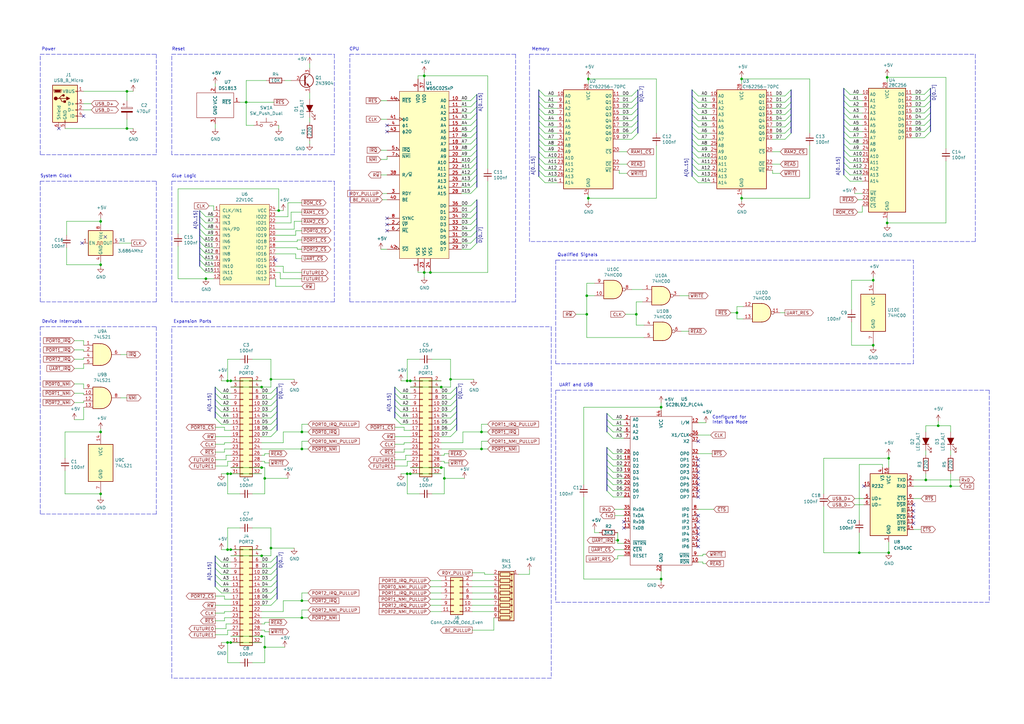
<source format=kicad_sch>
(kicad_sch (version 20211123) (generator eeschema)
  (paper "A3")
  (title_block (title "n8 Bit Special Computer") (date "2021-02-23") (rev "1"))
  (junction (at 41.275 90.805))
  (junction (at 304.165 81.28))
  (junction (at 107.315 260.985))
  (junction (at 123.825 177.165))
  (junction (at 271.145 237.49))
  (junction (at 363.855 91.44))
  (junction (at 260.985 128.905))
  (junction (at 52.07 37.465))
  (junction (at 364.49 226.695))
  (junction (at 94.615 156.21))
  (junction (at 358.14 141.605))
  (junction (at 352.425 226.695))
  (junction (at 167.005 194.31))
  (junction (at 84.455 114.3))
  (junction (at 197.485 177.165))
  (junction (at 240.665 128.905))
  (junction (at 168.275 156.21))
  (junction (at 364.49 187.96))
  (junction (at 108.585 265.43))
  (junction (at 240.665 121.285))
  (junction (at 184.785 155.575))
  (junction (at 384.81 174.625))
  (junction (at 389.89 199.39))
  (junction (at 271.145 167.005))
  (junction (at 100.965 41.91))
  (junction (at 111.125 155.575))
  (junction (at 93.345 156.21))
  (junction (at 379.73 196.85))
  (junction (at 197.485 184.15))
  (junction (at 107.315 191.77))
  (junction (at 94.615 263.525))
  (junction (at 123.825 253.365))
  (junction (at 94.615 225.425))
  (junction (at 111.125 224.79))
  (junction (at 182.245 196.215))
  (junction (at 241.3 32.385))
  (junction (at 41.275 108.585))
  (junction (at 93.345 225.425))
  (junction (at 173.99 111.76))
  (junction (at 93.345 194.31))
  (junction (at 180.975 191.77))
  (junction (at 41.275 202.565))
  (junction (at 52.07 52.705))
  (junction (at 176.53 111.76))
  (junction (at 123.825 246.38))
  (junction (at 180.975 158.75))
  (junction (at 107.315 227.965))
  (junction (at 363.855 31.75))
  (junction (at 94.615 194.31))
  (junction (at 114.3 86.36))
  (junction (at 253.365 221.615))
  (junction (at 167.005 156.21))
  (junction (at 123.825 184.15))
  (junction (at 168.275 194.31))
  (junction (at 173.99 31.115))
  (junction (at 108.585 196.215))
  (junction (at 304.165 32.385))
  (junction (at 241.3 81.28))
  (junction (at 41.275 177.165))
  (junction (at 107.315 158.75))
  (junction (at 93.345 263.525))
  (junction (at 302.26 128.27))
  (junction (at 358.14 114.935))
  (no_connect (at 158.75 53.975))
  (no_connect (at 286.385 191.135))
  (no_connect (at 158.75 92.075))
  (no_connect (at 286.385 203.835))
  (no_connect (at 158.75 51.435))
  (no_connect (at 255.905 213.995))
  (no_connect (at 33.655 99.695))
  (no_connect (at 354.33 199.39))
  (no_connect (at 286.385 224.155))
  (no_connect (at 374.65 214.63))
  (no_connect (at 374.65 207.01))
  (no_connect (at 255.905 216.535))
  (no_connect (at 158.75 89.535))
  (no_connect (at 43.18 97.155))
  (no_connect (at 286.385 216.535))
  (no_connect (at 286.385 201.295))
  (no_connect (at 374.65 209.55))
  (no_connect (at 374.65 212.09))
  (no_connect (at 286.385 213.995))
  (no_connect (at 24.13 52.705))
  (no_connect (at 286.385 188.595))
  (no_connect (at 34.29 47.625))
  (no_connect (at 158.75 94.615))
  (no_connect (at 286.385 221.615))
  (no_connect (at 286.385 198.755))
  (no_connect (at 113.03 106.68))
  (no_connect (at 286.385 180.975))
  (no_connect (at 286.385 193.675))
  (no_connect (at 286.385 219.075))
  (no_connect (at 286.385 196.215))
  (no_connect (at 286.385 211.455))
  (bus_entry (at 261.62 39.37) (size -2.54 2.54))
  (bus_entry (at 220.98 62.23) (size 2.54 2.54))
  (bus_entry (at 187.325 176.53) (size -2.54 2.54))
  (bus_entry (at 283.845 59.69) (size 2.54 2.54))
  (bus_entry (at 81.915 88.9) (size 2.54 2.54))
  (bus_entry (at 283.845 54.61) (size 2.54 2.54))
  (bus_entry (at 88.265 230.505) (size 2.54 2.54))
  (bus_entry (at 113.665 158.75) (size -2.54 2.54))
  (bus_entry (at 283.845 44.45) (size 2.54 2.54))
  (bus_entry (at 113.665 161.29) (size -2.54 2.54))
  (bus_entry (at 220.98 57.15) (size 2.54 2.54))
  (bus_entry (at 161.925 163.83) (size 2.54 2.54))
  (bus_entry (at 381.635 38.735) (size -2.54 2.54))
  (bus_entry (at 283.845 62.23) (size 2.54 2.54))
  (bus_entry (at 261.62 49.53) (size -2.54 2.54))
  (bus_entry (at 81.915 101.6) (size 2.54 2.54))
  (bus_entry (at 381.635 36.195) (size -2.54 2.54))
  (bus_entry (at 88.265 168.91) (size 2.54 2.54))
  (bus_entry (at 113.665 243.205) (size -2.54 2.54))
  (bus_entry (at 248.92 201.295) (size 2.54 2.54))
  (bus_entry (at 195.58 48.895) (size -2.54 2.54))
  (bus_entry (at 113.665 163.83) (size -2.54 2.54))
  (bus_entry (at 248.92 193.675) (size 2.54 2.54))
  (bus_entry (at 283.845 64.77) (size 2.54 2.54))
  (bus_entry (at 248.92 172.085) (size 2.54 2.54))
  (bus_entry (at 187.325 161.29) (size -2.54 2.54))
  (bus_entry (at 187.325 163.83) (size -2.54 2.54))
  (bus_entry (at 113.665 168.91) (size -2.54 2.54))
  (bus_entry (at 113.665 238.125) (size -2.54 2.54))
  (bus_entry (at 113.665 227.965) (size -2.54 2.54))
  (bus_entry (at 248.92 169.545) (size 2.54 2.54))
  (bus_entry (at 195.58 99.695) (size -2.54 2.54))
  (bus_entry (at 113.665 240.665) (size -2.54 2.54))
  (bus_entry (at 346.075 38.735) (size 2.54 2.54))
  (bus_entry (at 381.635 51.435) (size -2.54 2.54))
  (bus_entry (at 283.845 57.15) (size 2.54 2.54))
  (bus_entry (at 88.265 235.585) (size 2.54 2.54))
  (bus_entry (at 113.665 233.045) (size -2.54 2.54))
  (bus_entry (at 187.325 168.91) (size -2.54 2.54))
  (bus_entry (at 81.915 96.52) (size 2.54 2.54))
  (bus_entry (at 195.58 69.215) (size -2.54 2.54))
  (bus_entry (at 81.915 91.44) (size 2.54 2.54))
  (bus_entry (at 195.58 86.995) (size -2.54 2.54))
  (bus_entry (at 324.485 49.53) (size -2.54 2.54))
  (bus_entry (at 324.485 52.07) (size -2.54 2.54))
  (bus_entry (at 187.325 171.45) (size -2.54 2.54))
  (bus_entry (at 346.075 41.275) (size 2.54 2.54))
  (bus_entry (at 283.845 52.07) (size 2.54 2.54))
  (bus_entry (at 161.925 166.37) (size 2.54 2.54))
  (bus_entry (at 220.98 59.69) (size 2.54 2.54))
  (bus_entry (at 195.58 89.535) (size -2.54 2.54))
  (bus_entry (at 346.075 71.755) (size 2.54 2.54))
  (bus_entry (at 187.325 158.75) (size -2.54 2.54))
  (bus_entry (at 195.58 97.155) (size -2.54 2.54))
  (bus_entry (at 81.915 106.68) (size 2.54 2.54))
  (bus_entry (at 220.98 67.31) (size 2.54 2.54))
  (bus_entry (at 248.92 174.625) (size 2.54 2.54))
  (bus_entry (at 161.925 168.91) (size 2.54 2.54))
  (bus_entry (at 248.92 177.165) (size 2.54 2.54))
  (bus_entry (at 261.62 41.91) (size -2.54 2.54))
  (bus_entry (at 81.915 109.22) (size 2.54 2.54))
  (bus_entry (at 195.58 41.275) (size -2.54 2.54))
  (bus_entry (at 81.915 86.36) (size 2.54 2.54))
  (bus_entry (at 113.665 245.745) (size -2.54 2.54))
  (bus_entry (at 220.98 64.77) (size 2.54 2.54))
  (bus_entry (at 248.92 191.135) (size 2.54 2.54))
  (bus_entry (at 248.92 186.055) (size 2.54 2.54))
  (bus_entry (at 346.075 46.355) (size 2.54 2.54))
  (bus_entry (at 346.075 51.435) (size 2.54 2.54))
  (bus_entry (at 381.635 43.815) (size -2.54 2.54))
  (bus_entry (at 88.265 240.665) (size 2.54 2.54))
  (bus_entry (at 346.075 66.675) (size 2.54 2.54))
  (bus_entry (at 283.845 67.31) (size 2.54 2.54))
  (bus_entry (at 195.58 56.515) (size -2.54 2.54))
  (bus_entry (at 381.635 48.895) (size -2.54 2.54))
  (bus_entry (at 113.665 173.99) (size -2.54 2.54))
  (bus_entry (at 283.845 49.53) (size 2.54 2.54))
  (bus_entry (at 195.58 43.815) (size -2.54 2.54))
  (bus_entry (at 81.915 99.06) (size 2.54 2.54))
  (bus_entry (at 261.62 54.61) (size -2.54 2.54))
  (bus_entry (at 324.485 44.45) (size -2.54 2.54))
  (bus_entry (at 283.845 69.85) (size 2.54 2.54))
  (bus_entry (at 195.58 46.355) (size -2.54 2.54))
  (bus_entry (at 195.58 59.055) (size -2.54 2.54))
  (bus_entry (at 161.925 171.45) (size 2.54 2.54))
  (bus_entry (at 195.58 76.835) (size -2.54 2.54))
  (bus_entry (at 220.98 52.07) (size 2.54 2.54))
  (bus_entry (at 88.265 227.965) (size 2.54 2.54))
  (bus_entry (at 220.98 39.37) (size 2.54 2.54))
  (bus_entry (at 113.665 166.37) (size -2.54 2.54))
  (bus_entry (at 261.62 44.45) (size -2.54 2.54))
  (bus_entry (at 195.58 66.675) (size -2.54 2.54))
  (bus_entry (at 113.665 176.53) (size -2.54 2.54))
  (bus_entry (at 346.075 69.215) (size 2.54 2.54))
  (bus_entry (at 324.485 39.37) (size -2.54 2.54))
  (bus_entry (at 220.98 69.85) (size 2.54 2.54))
  (bus_entry (at 161.925 161.29) (size 2.54 2.54))
  (bus_entry (at 324.485 41.91) (size -2.54 2.54))
  (bus_entry (at 324.485 54.61) (size -2.54 2.54))
  (bus_entry (at 381.635 46.355) (size -2.54 2.54))
  (bus_entry (at 81.915 104.14) (size 2.54 2.54))
  (bus_entry (at 195.58 51.435) (size -2.54 2.54))
  (bus_entry (at 381.635 53.975) (size -2.54 2.54))
  (bus_entry (at 195.58 64.135) (size -2.54 2.54))
  (bus_entry (at 346.075 64.135) (size 2.54 2.54))
  (bus_entry (at 88.265 163.83) (size 2.54 2.54))
  (bus_entry (at 346.075 48.895) (size 2.54 2.54))
  (bus_entry (at 283.845 72.39) (size 2.54 2.54))
  (bus_entry (at 220.98 54.61) (size 2.54 2.54))
  (bus_entry (at 88.265 166.37) (size 2.54 2.54))
  (bus_entry (at 195.58 92.075) (size -2.54 2.54))
  (bus_entry (at 195.58 84.455) (size -2.54 2.54))
  (bus_entry (at 88.265 161.29) (size 2.54 2.54))
  (bus_entry (at 113.665 235.585) (size -2.54 2.54))
  (bus_entry (at 346.075 43.815) (size 2.54 2.54))
  (bus_entry (at 88.265 238.125) (size 2.54 2.54))
  (bus_entry (at 88.265 171.45) (size 2.54 2.54))
  (bus_entry (at 248.92 183.515) (size 2.54 2.54))
  (bus_entry (at 195.58 81.915) (size -2.54 2.54))
  (bus_entry (at 248.92 198.755) (size 2.54 2.54))
  (bus_entry (at 381.635 41.275) (size -2.54 2.54))
  (bus_entry (at 187.325 173.99) (size -2.54 2.54))
  (bus_entry (at 346.075 53.975) (size 2.54 2.54))
  (bus_entry (at 346.075 56.515) (size 2.54 2.54))
  (bus_entry (at 283.845 36.83) (size 2.54 2.54))
  (bus_entry (at 195.58 71.755) (size -2.54 2.54))
  (bus_entry (at 283.845 41.91) (size 2.54 2.54))
  (bus_entry (at 220.98 41.91) (size 2.54 2.54))
  (bus_entry (at 346.075 36.195) (size 2.54 2.54))
  (bus_entry (at 220.98 36.83) (size 2.54 2.54))
  (bus_entry (at 220.98 72.39) (size 2.54 2.54))
  (bus_entry (at 220.98 44.45) (size 2.54 2.54))
  (bus_entry (at 248.92 196.215) (size 2.54 2.54))
  (bus_entry (at 195.58 61.595) (size -2.54 2.54))
  (bus_entry (at 195.58 38.735) (size -2.54 2.54))
  (bus_entry (at 113.665 171.45) (size -2.54 2.54))
  (bus_entry (at 195.58 53.975) (size -2.54 2.54))
  (bus_entry (at 220.98 49.53) (size 2.54 2.54))
  (bus_entry (at 220.98 46.99) (size 2.54 2.54))
  (bus_entry (at 161.925 158.75) (size 2.54 2.54))
  (bus_entry (at 283.845 46.99) (size 2.54 2.54))
  (bus_entry (at 346.075 61.595) (size 2.54 2.54))
  (bus_entry (at 88.265 158.75) (size 2.54 2.54))
  (bus_entry (at 324.485 36.83) (size -2.54 2.54))
  (bus_entry (at 81.915 93.98) (size 2.54 2.54))
  (bus_entry (at 283.845 39.37) (size 2.54 2.54))
  (bus_entry (at 88.265 233.045) (size 2.54 2.54))
  (bus_entry (at 187.325 166.37) (size -2.54 2.54))
  (bus_entry (at 248.92 188.595) (size 2.54 2.54))
  (bus_entry (at 261.62 36.83) (size -2.54 2.54))
  (bus_entry (at 113.665 230.505) (size -2.54 2.54))
  (bus_entry (at 261.62 52.07) (size -2.54 2.54))
  (bus_entry (at 324.485 46.99) (size -2.54 2.54))
  (bus_entry (at 195.58 74.295) (size -2.54 2.54))
  (bus_entry (at 261.62 46.99) (size -2.54 2.54))
  (bus_entry (at 195.58 94.615) (size -2.54 2.54))
  (bus_entry (at 346.075 59.055) (size 2.54 2.54))
  (wire (pts (xy 389.89 199.39) (xy 393.7 199.39)))
  (wire (pts (xy 353.695 51.435) (xy 348.615 51.435)))
  (bus (pts (xy 346.075 38.735) (xy 346.075 41.275)))
  (wire (pts (xy 228.6 54.61) (xy 223.52 54.61)))
  (wire (pts (xy 184.785 168.91) (xy 180.975 168.91)))
  (wire (pts (xy 202.565 258.445) (xy 202.565 253.365)))
  (wire (pts (xy 239.395 203.835) (xy 239.395 237.49)))
  (wire (pts (xy 93.345 225.425) (xy 90.805 225.425)))
  (wire (pts (xy 251.46 201.295) (xy 255.905 201.295)))
  (wire (pts (xy 108.585 189.865) (xy 110.49 189.865)))
  (wire (pts (xy 107.315 227.965) (xy 111.125 227.965)))
  (wire (pts (xy 111.125 147.32) (xy 111.125 155.575)))
  (bus (pts (xy 195.58 51.435) (xy 195.58 53.975)))
  (wire (pts (xy 87.63 109.22) (xy 84.455 109.22)))
  (wire (pts (xy 254 57.15) (xy 259.08 57.15)))
  (bus (pts (xy 261.62 44.45) (xy 261.62 46.99)))
  (wire (pts (xy 87.63 106.68) (xy 84.455 106.68)))
  (wire (pts (xy 92.075 245.745) (xy 92.075 244.475)))
  (wire (pts (xy 182.245 189.865) (xy 184.15 189.865)))
  (wire (pts (xy 353.695 86.995) (xy 351.79 86.995)))
  (wire (pts (xy 123.825 177.165) (xy 123.825 173.99)))
  (wire (pts (xy 193.04 97.155) (xy 189.23 97.155)))
  (wire (pts (xy 108.585 196.215) (xy 108.585 202.565)))
  (wire (pts (xy 165.735 181.61) (xy 165.735 182.245)))
  (wire (pts (xy 353.695 74.295) (xy 348.615 74.295)))
  (wire (pts (xy 241.3 80.01) (xy 241.3 81.28)))
  (wire (pts (xy 389.89 194.31) (xy 389.89 199.39)))
  (bus (pts (xy 220.98 62.23) (xy 220.98 64.77)))
  (wire (pts (xy 353.695 81.915) (xy 351.79 81.915)))
  (wire (pts (xy 358.14 141.605) (xy 358.14 142.24)))
  (bus (pts (xy 161.925 158.75) (xy 161.925 161.29)))
  (wire (pts (xy 228.6 44.45) (xy 223.52 44.45)))
  (bus (pts (xy 220.98 67.31) (xy 220.98 69.85)))
  (bus (pts (xy 346.075 59.055) (xy 346.075 61.595)))
  (wire (pts (xy 184.785 161.29) (xy 180.975 161.29)))
  (polyline (pts (xy 217.17 22.225) (xy 217.17 99.06)))
  (wire (pts (xy 358.14 114.935) (xy 349.25 114.935)))
  (wire (pts (xy 316.865 71.12) (xy 320.04 71.12)))
  (bus (pts (xy 195.58 74.295) (xy 195.58 76.835)))
  (wire (pts (xy 254 49.53) (xy 259.08 49.53)))
  (bus (pts (xy 88.265 166.37) (xy 88.265 168.91)))
  (wire (pts (xy 260.985 133.35) (xy 264.16 133.35)))
  (wire (pts (xy 200.025 74.295) (xy 200.025 111.76)))
  (wire (pts (xy 26.67 202.565) (xy 41.275 202.565)))
  (wire (pts (xy 30.48 172.085) (xy 34.29 172.085)))
  (wire (pts (xy 352.425 218.44) (xy 352.425 226.695)))
  (wire (pts (xy 93.345 271.78) (xy 93.345 263.525)))
  (wire (pts (xy 364.49 187.96) (xy 364.49 191.77)))
  (wire (pts (xy 291.465 72.39) (xy 286.385 72.39)))
  (polyline (pts (xy 400.05 99.06) (xy 217.17 99.06)))
  (wire (pts (xy 94.615 248.285) (xy 88.265 248.285)))
  (bus (pts (xy 161.925 161.29) (xy 161.925 163.83)))
  (wire (pts (xy 94.615 189.23) (xy 93.345 189.23)))
  (wire (pts (xy 168.275 176.53) (xy 165.735 176.53)))
  (wire (pts (xy 49.53 163.195) (xy 52.07 163.195)))
  (wire (pts (xy 94.615 260.985) (xy 107.315 260.985)))
  (wire (pts (xy 107.315 186.69) (xy 108.585 186.69)))
  (wire (pts (xy 291.465 64.77) (xy 286.385 64.77)))
  (wire (pts (xy 387.985 31.75) (xy 387.985 60.96)))
  (bus (pts (xy 81.915 101.6) (xy 81.915 104.14)))
  (wire (pts (xy 127 26.035) (xy 127 27.94)))
  (wire (pts (xy 94.615 258.445) (xy 93.345 258.445)))
  (wire (pts (xy 158.75 81.915) (xy 156.845 81.915)))
  (wire (pts (xy 374.015 46.355) (xy 379.095 46.355)))
  (wire (pts (xy 173.99 111.76) (xy 173.99 113.665)))
  (polyline (pts (xy 405.765 160.02) (xy 227.965 160.02)))
  (wire (pts (xy 93.345 189.23) (xy 93.345 191.135)))
  (wire (pts (xy 103.505 216.535) (xy 111.125 216.535)))
  (wire (pts (xy 269.24 81.28) (xy 241.3 81.28)))
  (wire (pts (xy 184.785 147.32) (xy 184.785 155.575)))
  (wire (pts (xy 259.08 118.745) (xy 263.525 118.745)))
  (wire (pts (xy 165.735 184.15) (xy 165.735 185.42)))
  (wire (pts (xy 189.23 43.815) (xy 193.04 43.815)))
  (wire (pts (xy 291.465 39.37) (xy 286.385 39.37)))
  (wire (pts (xy 88.265 257.81) (xy 92.71 257.81)))
  (wire (pts (xy 374.015 51.435) (xy 379.095 51.435)))
  (wire (pts (xy 30.48 139.7) (xy 34.29 139.7)))
  (wire (pts (xy 353.695 69.215) (xy 348.615 69.215)))
  (wire (pts (xy 180.975 181.61) (xy 189.865 181.61)))
  (bus (pts (xy 187.325 166.37) (xy 187.325 168.91)))
  (wire (pts (xy 236.22 128.905) (xy 240.665 128.905)))
  (wire (pts (xy 111.125 216.535) (xy 111.125 224.79)))
  (wire (pts (xy 193.04 89.535) (xy 189.23 89.535)))
  (wire (pts (xy 271.145 167.005) (xy 271.145 168.275)))
  (wire (pts (xy 165.735 175.26) (xy 161.925 175.26)))
  (wire (pts (xy 41.275 89.535) (xy 41.275 90.805)))
  (bus (pts (xy 195.58 66.675) (xy 195.58 69.215)))
  (wire (pts (xy 94.615 171.45) (xy 90.805 171.45)))
  (wire (pts (xy 228.6 41.91) (xy 223.52 41.91)))
  (wire (pts (xy 193.04 92.075) (xy 189.23 92.075)))
  (wire (pts (xy 100.965 33.02) (xy 109.22 33.02)))
  (wire (pts (xy 180.975 191.77) (xy 182.245 191.77)))
  (wire (pts (xy 26.67 193.04) (xy 26.67 202.565)))
  (bus (pts (xy 283.845 41.91) (xy 283.845 44.45)))
  (wire (pts (xy 87.63 88.9) (xy 84.455 88.9)))
  (wire (pts (xy 158.75 61.595) (xy 156.21 61.595)))
  (wire (pts (xy 352.425 226.695) (xy 364.49 226.695)))
  (wire (pts (xy 172.085 202.565) (xy 167.005 202.565)))
  (wire (pts (xy 113.03 96.52) (xy 121.285 96.52)))
  (wire (pts (xy 316.865 46.99) (xy 321.945 46.99)))
  (wire (pts (xy 123.825 253.365) (xy 126.365 253.365)))
  (bus (pts (xy 220.98 36.83) (xy 220.98 39.37)))
  (wire (pts (xy 299.72 128.27) (xy 302.26 128.27)))
  (wire (pts (xy 302.26 130.81) (xy 304.8 130.81)))
  (wire (pts (xy 193.675 250.825) (xy 202.565 250.825)))
  (wire (pts (xy 251.46 191.135) (xy 255.905 191.135)))
  (wire (pts (xy 302.26 128.27) (xy 302.26 130.81)))
  (wire (pts (xy 316.865 44.45) (xy 321.945 44.45)))
  (wire (pts (xy 176.53 111.125) (xy 176.53 111.76)))
  (wire (pts (xy 180.975 189.23) (xy 182.245 189.23)))
  (bus (pts (xy 220.98 52.07) (xy 220.98 54.61)))
  (wire (pts (xy 288.29 231.14) (xy 289.56 231.14)))
  (bus (pts (xy 346.075 48.895) (xy 346.075 51.435)))
  (wire (pts (xy 121.92 101.6) (xy 121.92 102.235)))
  (wire (pts (xy 176.53 248.285) (xy 180.975 248.285)))
  (wire (pts (xy 379.73 174.625) (xy 384.81 174.625)))
  (polyline (pts (xy 143.51 22.225) (xy 211.455 22.225)))
  (wire (pts (xy 316.865 69.85) (xy 316.865 71.12)))
  (wire (pts (xy 349.25 141.605) (xy 358.14 141.605)))
  (wire (pts (xy 168.275 166.37) (xy 164.465 166.37)))
  (wire (pts (xy 158.75 48.895) (xy 156.21 48.895)))
  (bus (pts (xy 195.58 43.815) (xy 195.58 46.355)))
  (wire (pts (xy 41.275 90.805) (xy 41.275 92.075)))
  (wire (pts (xy 165.735 185.42) (xy 161.925 185.42)))
  (wire (pts (xy 108.585 259.08) (xy 110.49 259.08)))
  (bus (pts (xy 113.665 166.37) (xy 113.665 168.91)))
  (wire (pts (xy 349.25 114.935) (xy 349.25 127)))
  (wire (pts (xy 260.985 128.905) (xy 260.985 133.35)))
  (wire (pts (xy 168.275 163.83) (xy 164.465 163.83)))
  (wire (pts (xy 52.07 48.895) (xy 52.07 52.705)))
  (wire (pts (xy 316.865 67.31) (xy 320.04 67.31)))
  (bus (pts (xy 346.075 69.215) (xy 346.075 71.755)))
  (wire (pts (xy 30.48 157.48) (xy 34.29 157.48)))
  (bus (pts (xy 220.98 69.85) (xy 220.98 72.39)))
  (wire (pts (xy 374.015 48.895) (xy 379.095 48.895)))
  (wire (pts (xy 121.285 106.045) (xy 123.825 106.045)))
  (wire (pts (xy 172.085 147.32) (xy 167.005 147.32)))
  (wire (pts (xy 113.03 101.6) (xy 121.92 101.6)))
  (wire (pts (xy 176.53 250.825) (xy 180.975 250.825)))
  (wire (pts (xy 251.46 186.055) (xy 255.905 186.055)))
  (wire (pts (xy 107.315 184.15) (xy 123.825 184.15)))
  (wire (pts (xy 111.125 168.91) (xy 107.315 168.91)))
  (bus (pts (xy 113.665 235.585) (xy 113.665 238.125)))
  (wire (pts (xy 111.125 171.45) (xy 107.315 171.45)))
  (wire (pts (xy 193.675 243.205) (xy 202.565 243.205)))
  (polyline (pts (xy 64.135 74.295) (xy 64.135 123.825)))
  (wire (pts (xy 176.53 238.125) (xy 180.975 238.125)))
  (wire (pts (xy 184.785 158.75) (xy 184.785 155.575)))
  (polyline (pts (xy 405.765 160.02) (xy 405.765 247.015)))
  (wire (pts (xy 119.38 91.44) (xy 119.38 86.995)))
  (wire (pts (xy 123.825 246.38) (xy 126.365 246.38)))
  (wire (pts (xy 228.6 64.77) (xy 223.52 64.77)))
  (wire (pts (xy 228.6 74.93) (xy 223.52 74.93)))
  (wire (pts (xy 316.865 54.61) (xy 321.945 54.61)))
  (wire (pts (xy 288.29 227.33) (xy 289.56 227.33)))
  (polyline (pts (xy 137.16 63.5) (xy 70.485 63.5)))
  (wire (pts (xy 114.3 86.36) (xy 114.3 77.47)))
  (wire (pts (xy 108.585 186.055) (xy 110.49 186.055)))
  (wire (pts (xy 41.275 175.895) (xy 41.275 177.165)))
  (wire (pts (xy 363.855 91.44) (xy 363.855 92.075)))
  (wire (pts (xy 193.675 258.445) (xy 202.565 258.445)))
  (wire (pts (xy 158.75 79.375) (xy 156.845 79.375)))
  (wire (pts (xy 316.865 41.91) (xy 321.945 41.91)))
  (wire (pts (xy 98.425 41.91) (xy 100.965 41.91)))
  (wire (pts (xy 271.145 234.315) (xy 271.145 237.49)))
  (wire (pts (xy 26.67 52.705) (xy 52.07 52.705)))
  (wire (pts (xy 316.865 57.15) (xy 321.945 57.15)))
  (wire (pts (xy 111.125 248.285) (xy 107.315 248.285)))
  (wire (pts (xy 93.345 147.32) (xy 93.345 156.21)))
  (wire (pts (xy 88.265 260.35) (xy 93.345 260.35)))
  (wire (pts (xy 167.005 194.31) (xy 164.465 194.31)))
  (wire (pts (xy 87.63 99.06) (xy 84.455 99.06)))
  (wire (pts (xy 111.125 161.29) (xy 107.315 161.29)))
  (wire (pts (xy 291.465 57.15) (xy 286.385 57.15)))
  (wire (pts (xy 182.245 196.215) (xy 182.245 202.565)))
  (wire (pts (xy 291.465 69.85) (xy 286.385 69.85)))
  (bus (pts (xy 161.925 168.91) (xy 161.925 171.45)))
  (bus (pts (xy 248.92 188.595) (xy 248.92 191.135)))
  (wire (pts (xy 116.205 181.61) (xy 116.205 177.165)))
  (wire (pts (xy 107.315 156.21) (xy 94.615 156.21)))
  (wire (pts (xy 332.105 81.28) (xy 304.165 81.28)))
  (bus (pts (xy 381.635 38.735) (xy 381.635 41.275)))
  (wire (pts (xy 94.615 179.07) (xy 88.265 179.07)))
  (wire (pts (xy 30.48 161.29) (xy 34.29 161.29)))
  (wire (pts (xy 94.615 158.75) (xy 107.315 158.75)))
  (wire (pts (xy 94.615 243.205) (xy 90.805 243.205)))
  (wire (pts (xy 94.615 235.585) (xy 90.805 235.585)))
  (wire (pts (xy 337.82 207.645) (xy 337.82 226.695)))
  (wire (pts (xy 374.015 43.815) (xy 379.095 43.815)))
  (wire (pts (xy 111.125 224.79) (xy 120.65 224.79)))
  (wire (pts (xy 260.985 128.905) (xy 256.54 128.905)))
  (polyline (pts (xy 64.135 210.82) (xy 16.51 210.82)))
  (bus (pts (xy 81.915 86.36) (xy 81.915 88.9)))
  (wire (pts (xy 353.695 48.895) (xy 348.615 48.895)))
  (wire (pts (xy 92.075 184.15) (xy 92.075 185.42)))
  (wire (pts (xy 108.585 202.565) (xy 103.505 202.565)))
  (wire (pts (xy 111.125 245.745) (xy 107.315 245.745)))
  (wire (pts (xy 34.29 42.545) (xy 37.465 42.545)))
  (wire (pts (xy 240.665 128.905) (xy 240.665 121.285)))
  (bus (pts (xy 187.325 158.75) (xy 187.325 161.29)))
  (polyline (pts (xy 137.16 74.295) (xy 137.16 123.825)))
  (wire (pts (xy 363.855 31.115) (xy 363.855 31.75)))
  (wire (pts (xy 353.695 64.135) (xy 348.615 64.135)))
  (wire (pts (xy 116.84 33.02) (xy 119.38 33.02)))
  (wire (pts (xy 291.465 74.93) (xy 286.385 74.93)))
  (wire (pts (xy 121.92 102.235) (xy 123.825 102.235)))
  (wire (pts (xy 253.365 227.965) (xy 253.365 229.235)))
  (wire (pts (xy 92.075 251.46) (xy 88.265 251.46)))
  (wire (pts (xy 353.695 79.375) (xy 350.52 79.375)))
  (bus (pts (xy 220.98 64.77) (xy 220.98 67.31)))
  (wire (pts (xy 193.04 102.235) (xy 189.23 102.235)))
  (wire (pts (xy 108.585 258.445) (xy 108.585 259.08)))
  (wire (pts (xy 251.46 198.755) (xy 255.905 198.755)))
  (wire (pts (xy 113.03 109.22) (xy 116.205 109.22)))
  (wire (pts (xy 52.07 37.465) (xy 54.61 37.465)))
  (wire (pts (xy 255.905 225.425) (xy 252.095 225.425)))
  (bus (pts (xy 324.485 39.37) (xy 324.485 41.91)))
  (wire (pts (xy 184.785 163.83) (xy 180.975 163.83)))
  (bus (pts (xy 261.62 52.07) (xy 261.62 54.61)))
  (wire (pts (xy 254 39.37) (xy 259.08 39.37)))
  (polyline (pts (xy 217.17 22.225) (xy 400.05 22.225)))
  (bus (pts (xy 195.58 81.915) (xy 195.58 84.455)))
  (wire (pts (xy 41.275 177.165) (xy 26.67 177.165)))
  (wire (pts (xy 107.315 263.525) (xy 94.615 263.525)))
  (wire (pts (xy 27.305 101.6) (xy 27.305 108.585)))
  (wire (pts (xy 361.95 190.5) (xy 352.425 190.5)))
  (bus (pts (xy 187.325 171.45) (xy 187.325 173.99)))
  (wire (pts (xy 92.075 176.53) (xy 92.075 175.26)))
  (wire (pts (xy 107.315 191.77) (xy 108.585 191.77)))
  (wire (pts (xy 180.975 194.31) (xy 168.275 194.31)))
  (bus (pts (xy 195.58 53.975) (xy 195.58 56.515)))
  (wire (pts (xy 239.395 167.005) (xy 239.395 198.755)))
  (wire (pts (xy 316.865 49.53) (xy 321.945 49.53)))
  (wire (pts (xy 113.03 111.76) (xy 114.935 111.76)))
  (wire (pts (xy 123.825 243.205) (xy 126.365 243.205)))
  (wire (pts (xy 189.23 61.595) (xy 193.04 61.595)))
  (wire (pts (xy 94.615 168.91) (xy 90.805 168.91)))
  (wire (pts (xy 93.345 202.565) (xy 93.345 194.31)))
  (bus (pts (xy 346.075 66.675) (xy 346.075 69.215)))
  (wire (pts (xy 107.315 255.905) (xy 108.585 255.905)))
  (wire (pts (xy 107.315 194.31) (xy 94.615 194.31)))
  (bus (pts (xy 88.265 163.83) (xy 88.265 166.37)))
  (bus (pts (xy 195.58 59.055) (xy 195.58 61.595)))
  (bus (pts (xy 381.635 43.815) (xy 381.635 46.355)))
  (wire (pts (xy 228.6 72.39) (xy 223.52 72.39)))
  (bus (pts (xy 88.265 233.045) (xy 88.265 235.585)))
  (wire (pts (xy 184.785 171.45) (xy 180.975 171.45)))
  (wire (pts (xy 252.095 221.615) (xy 253.365 221.615)))
  (wire (pts (xy 114.3 86.36) (xy 116.205 86.36)))
  (wire (pts (xy 111.125 230.505) (xy 107.315 230.505)))
  (wire (pts (xy 228.6 49.53) (xy 223.52 49.53)))
  (wire (pts (xy 374.015 38.735) (xy 379.095 38.735)))
  (wire (pts (xy 111.125 173.99) (xy 107.315 173.99)))
  (wire (pts (xy 288.29 227.965) (xy 288.29 227.33)))
  (wire (pts (xy 358.14 140.97) (xy 358.14 141.605)))
  (wire (pts (xy 121.92 99.06) (xy 121.92 98.425)))
  (wire (pts (xy 34.29 45.085) (xy 37.465 45.085)))
  (polyline (pts (xy 143.51 123.825) (xy 143.51 22.225)))
  (wire (pts (xy 304.165 81.28) (xy 304.165 82.55)))
  (bus (pts (xy 161.925 166.37) (xy 161.925 168.91)))
  (wire (pts (xy 278.765 121.285) (xy 282.575 121.285)))
  (wire (pts (xy 193.675 238.125) (xy 202.565 238.125)))
  (polyline (pts (xy 227.965 149.225) (xy 374.65 149.225)))
  (wire (pts (xy 34.29 165.1) (xy 34.29 164.465)))
  (wire (pts (xy 182.245 191.77) (xy 182.245 196.215)))
  (wire (pts (xy 291.465 62.23) (xy 286.385 62.23)))
  (wire (pts (xy 34.29 151.13) (xy 30.48 151.13)))
  (bus (pts (xy 248.92 198.755) (xy 248.92 201.295)))
  (wire (pts (xy 291.465 67.31) (xy 286.385 67.31)))
  (wire (pts (xy 113.03 91.44) (xy 119.38 91.44)))
  (wire (pts (xy 94.615 161.29) (xy 90.805 161.29)))
  (wire (pts (xy 168.275 179.07) (xy 161.925 179.07)))
  (wire (pts (xy 52.07 52.705) (xy 54.61 52.705)))
  (bus (pts (xy 195.58 48.895) (xy 195.58 51.435)))
  (wire (pts (xy 94.615 230.505) (xy 90.805 230.505)))
  (wire (pts (xy 286.385 208.915) (xy 292.735 208.915)))
  (wire (pts (xy 34.29 139.7) (xy 34.29 141.605)))
  (bus (pts (xy 248.92 183.515) (xy 248.92 186.055)))
  (bus (pts (xy 113.665 243.205) (xy 113.665 245.745)))
  (bus (pts (xy 113.665 158.75) (xy 113.665 161.29)))
  (wire (pts (xy 353.695 71.755) (xy 348.615 71.755)))
  (wire (pts (xy 114.3 51.435) (xy 114.3 52.705)))
  (bus (pts (xy 346.075 53.975) (xy 346.075 56.515)))
  (wire (pts (xy 316.865 62.23) (xy 320.04 62.23)))
  (wire (pts (xy 189.23 69.215) (xy 193.04 69.215)))
  (wire (pts (xy 180.975 186.69) (xy 182.245 186.69)))
  (wire (pts (xy 245.745 218.44) (xy 243.84 218.44)))
  (wire (pts (xy 92.075 254.635) (xy 88.265 254.635)))
  (wire (pts (xy 168.275 194.31) (xy 167.005 194.31)))
  (wire (pts (xy 73.025 77.47) (xy 73.025 95.885)))
  (wire (pts (xy 107.315 250.825) (xy 116.205 250.825)))
  (wire (pts (xy 353.695 38.735) (xy 348.615 38.735)))
  (wire (pts (xy 254 62.23) (xy 257.175 62.23)))
  (bus (pts (xy 324.485 36.83) (xy 324.485 39.37)))
  (polyline (pts (xy 211.455 22.225) (xy 211.455 123.825)))
  (wire (pts (xy 87.63 93.98) (xy 84.455 93.98)))
  (bus (pts (xy 248.92 196.215) (xy 248.92 198.755)))
  (wire (pts (xy 107.315 253.365) (xy 123.825 253.365)))
  (polyline (pts (xy 64.135 123.825) (xy 16.51 123.825)))
  (wire (pts (xy 304.165 32.385) (xy 332.105 32.385)))
  (wire (pts (xy 228.6 67.31) (xy 223.52 67.31)))
  (polyline (pts (xy 16.51 210.82) (xy 16.51 133.985)))
  (bus (pts (xy 283.845 69.85) (xy 283.845 72.39)))
  (bus (pts (xy 346.075 43.815) (xy 346.075 46.355)))
  (wire (pts (xy 93.345 258.445) (xy 93.345 260.35)))
  (wire (pts (xy 127 38.1) (xy 127 40.64)))
  (wire (pts (xy 189.23 41.275) (xy 193.04 41.275)))
  (wire (pts (xy 182.245 186.69) (xy 182.245 186.055)))
  (wire (pts (xy 121.285 104.14) (xy 121.285 106.045)))
  (bus (pts (xy 283.845 54.61) (xy 283.845 57.15)))
  (wire (pts (xy 363.855 31.75) (xy 387.985 31.75)))
  (bus (pts (xy 283.845 49.53) (xy 283.845 52.07)))
  (wire (pts (xy 173.99 31.115) (xy 173.99 32.385)))
  (wire (pts (xy 241.3 32.385) (xy 241.3 34.29)))
  (wire (pts (xy 93.345 194.31) (xy 90.805 194.31)))
  (wire (pts (xy 241.3 32.385) (xy 269.24 32.385)))
  (wire (pts (xy 85.725 84.455) (xy 87.63 84.455)))
  (wire (pts (xy 253.365 222.885) (xy 253.365 221.615)))
  (wire (pts (xy 176.53 111.76) (xy 173.99 111.76)))
  (wire (pts (xy 94.615 245.745) (xy 92.075 245.745)))
  (wire (pts (xy 173.99 29.845) (xy 173.99 31.115)))
  (wire (pts (xy 94.615 181.61) (xy 92.075 181.61)))
  (wire (pts (xy 116.205 109.22) (xy 116.205 111.76)))
  (bus (pts (xy 283.845 64.77) (xy 283.845 67.31)))
  (wire (pts (xy 182.245 202.565) (xy 177.165 202.565)))
  (wire (pts (xy 27.305 90.805) (xy 27.305 96.52)))
  (wire (pts (xy 255.905 222.885) (xy 253.365 222.885)))
  (wire (pts (xy 92.075 250.825) (xy 92.075 251.46)))
  (bus (pts (xy 346.075 46.355) (xy 346.075 48.895)))
  (wire (pts (xy 189.23 71.755) (xy 193.04 71.755)))
  (wire (pts (xy 111.125 155.575) (xy 120.65 155.575)))
  (polyline (pts (xy 70.485 123.825) (xy 70.485 74.295)))
  (wire (pts (xy 358.14 115.57) (xy 358.14 114.935)))
  (polyline (pts (xy 137.16 123.825) (xy 70.485 123.825)))
  (wire (pts (xy 113.03 93.98) (xy 120.65 93.98)))
  (bus (pts (xy 346.075 36.195) (xy 346.075 38.735)))
  (wire (pts (xy 254 44.45) (xy 259.08 44.45)))
  (bus (pts (xy 88.265 161.29) (xy 88.265 163.83)))
  (wire (pts (xy 111.125 240.665) (xy 107.315 240.665)))
  (wire (pts (xy 197.485 180.975) (xy 200.025 180.975)))
  (bus (pts (xy 195.58 94.615) (xy 195.58 97.155)))
  (bus (pts (xy 248.92 191.135) (xy 248.92 193.675)))
  (wire (pts (xy 189.23 74.295) (xy 193.04 74.295)))
  (wire (pts (xy 93.345 216.535) (xy 93.345 225.425)))
  (wire (pts (xy 352.425 190.5) (xy 352.425 213.36)))
  (wire (pts (xy 374.015 41.275) (xy 379.095 41.275)))
  (bus (pts (xy 195.58 46.355) (xy 195.58 48.895)))
  (polyline (pts (xy 70.485 22.225) (xy 137.16 22.225)))
  (wire (pts (xy 168.275 186.69) (xy 166.37 186.69)))
  (wire (pts (xy 92.075 244.475) (xy 88.265 244.475)))
  (wire (pts (xy 171.45 111.125) (xy 171.45 111.76)))
  (wire (pts (xy 374.65 217.17) (xy 377.825 217.17)))
  (wire (pts (xy 384.81 172.72) (xy 384.81 174.625)))
  (wire (pts (xy 94.615 186.69) (xy 92.71 186.69)))
  (wire (pts (xy 193.04 86.995) (xy 189.23 86.995)))
  (wire (pts (xy 116.205 177.165) (xy 123.825 177.165)))
  (wire (pts (xy 291.465 46.99) (xy 286.385 46.99)))
  (bus (pts (xy 195.58 71.755) (xy 195.58 74.295)))
  (wire (pts (xy 193.04 99.695) (xy 189.23 99.695)))
  (wire (pts (xy 251.46 172.085) (xy 255.905 172.085)))
  (wire (pts (xy 253.365 227.965) (xy 255.905 227.965)))
  (bus (pts (xy 81.915 88.9) (xy 81.915 91.44)))
  (wire (pts (xy 168.275 173.99) (xy 164.465 173.99)))
  (polyline (pts (xy 374.65 149.225) (xy 374.65 106.68)))
  (bus (pts (xy 81.915 106.68) (xy 81.915 109.22)))
  (polyline (pts (xy 226.06 278.13) (xy 70.485 278.13)))
  (wire (pts (xy 94.615 184.15) (xy 92.075 184.15)))
  (polyline (pts (xy 16.51 63.5) (xy 16.51 22.225)))
  (polyline (pts (xy 16.51 133.985) (xy 64.135 133.985)))
  (wire (pts (xy 158.75 65.405) (xy 156.21 65.405)))
  (wire (pts (xy 364.49 187.96) (xy 364.49 186.69)))
  (wire (pts (xy 118.11 83.185) (xy 123.825 83.185)))
  (wire (pts (xy 239.395 237.49) (xy 271.145 237.49)))
  (bus (pts (xy 113.665 168.91) (xy 113.665 171.45)))
  (wire (pts (xy 92.075 175.26) (xy 88.265 175.26)))
  (wire (pts (xy 168.275 189.23) (xy 167.005 189.23)))
  (wire (pts (xy 180.975 156.21) (xy 168.275 156.21)))
  (wire (pts (xy 180.975 184.15) (xy 197.485 184.15)))
  (bus (pts (xy 346.075 41.275) (xy 346.075 43.815)))
  (wire (pts (xy 108.585 271.78) (xy 103.505 271.78)))
  (polyline (pts (xy 227.965 106.68) (xy 374.65 106.68)))
  (bus (pts (xy 261.62 49.53) (xy 261.62 52.07)))
  (bus (pts (xy 324.485 52.07) (xy 324.485 54.61)))
  (bus (pts (xy 88.265 227.965) (xy 88.265 230.505)))
  (wire (pts (xy 108.585 196.215) (xy 118.11 196.215)))
  (bus (pts (xy 195.58 97.155) (xy 195.58 99.695)))
  (wire (pts (xy 193.675 240.665) (xy 202.565 240.665)))
  (wire (pts (xy 94.615 191.77) (xy 107.315 191.77)))
  (bus (pts (xy 346.075 64.135) (xy 346.075 66.675)))
  (wire (pts (xy 92.075 181.61) (xy 92.075 182.245)))
  (wire (pts (xy 184.785 166.37) (xy 180.975 166.37)))
  (wire (pts (xy 87.63 96.52) (xy 84.455 96.52)))
  (wire (pts (xy 171.45 111.76) (xy 173.99 111.76)))
  (wire (pts (xy 111.125 238.125) (xy 107.315 238.125)))
  (wire (pts (xy 161.925 191.135) (xy 167.005 191.135)))
  (bus (pts (xy 283.845 39.37) (xy 283.845 41.91)))
  (wire (pts (xy 363.855 89.535) (xy 363.855 91.44)))
  (wire (pts (xy 93.345 263.525) (xy 90.805 263.525)))
  (bus (pts (xy 248.92 172.085) (xy 248.92 174.625)))
  (wire (pts (xy 107.315 260.985) (xy 108.585 260.985)))
  (wire (pts (xy 111.125 227.965) (xy 111.125 224.79)))
  (wire (pts (xy 111.125 233.045) (xy 107.315 233.045)))
  (wire (pts (xy 30.48 165.1) (xy 34.29 165.1)))
  (wire (pts (xy 107.315 189.23) (xy 108.585 189.23)))
  (bus (pts (xy 283.845 44.45) (xy 283.845 46.99)))
  (bus (pts (xy 195.58 92.075) (xy 195.58 94.615)))
  (wire (pts (xy 108.585 186.69) (xy 108.585 186.055)))
  (wire (pts (xy 114.3 77.47) (xy 73.025 77.47)))
  (bus (pts (xy 220.98 54.61) (xy 220.98 57.15)))
  (wire (pts (xy 291.465 59.69) (xy 286.385 59.69)))
  (wire (pts (xy 168.275 161.29) (xy 164.465 161.29)))
  (wire (pts (xy 304.165 31.75) (xy 304.165 32.385)))
  (bus (pts (xy 381.635 48.895) (xy 381.635 51.435)))
  (wire (pts (xy 123.825 253.365) (xy 123.825 250.19)))
  (wire (pts (xy 255.905 211.455) (xy 252.095 211.455)))
  (bus (pts (xy 324.485 41.91) (xy 324.485 44.45)))
  (wire (pts (xy 98.425 202.565) (xy 93.345 202.565)))
  (wire (pts (xy 111.125 158.75) (xy 111.125 155.575)))
  (wire (pts (xy 167.005 189.23) (xy 167.005 191.135)))
  (wire (pts (xy 316.865 39.37) (xy 321.945 39.37)))
  (wire (pts (xy 349.25 132.08) (xy 349.25 141.605)))
  (bus (pts (xy 248.92 193.675) (xy 248.92 196.215)))
  (bus (pts (xy 346.075 61.595) (xy 346.075 64.135)))
  (wire (pts (xy 316.865 52.07) (xy 321.945 52.07)))
  (wire (pts (xy 251.46 188.595) (xy 255.905 188.595)))
  (wire (pts (xy 374.65 199.39) (xy 389.89 199.39)))
  (wire (pts (xy 291.465 54.61) (xy 286.385 54.61)))
  (wire (pts (xy 116.205 250.825) (xy 116.205 246.38)))
  (wire (pts (xy 286.385 230.505) (xy 288.29 230.505)))
  (wire (pts (xy 121.285 94.615) (xy 123.825 94.615)))
  (bus (pts (xy 195.58 69.215) (xy 195.58 71.755)))
  (wire (pts (xy 108.585 265.43) (xy 116.84 265.43)))
  (wire (pts (xy 88.265 188.595) (xy 92.71 188.595)))
  (wire (pts (xy 111.125 166.37) (xy 107.315 166.37)))
  (polyline (pts (xy 70.485 74.295) (xy 137.16 74.295)))
  (wire (pts (xy 93.345 156.21) (xy 90.805 156.21)))
  (wire (pts (xy 111.125 176.53) (xy 107.315 176.53)))
  (bus (pts (xy 283.845 46.99) (xy 283.845 49.53)))
  (wire (pts (xy 41.275 202.565) (xy 41.275 203.835)))
  (wire (pts (xy 73.025 100.965) (xy 73.025 114.3)))
  (wire (pts (xy 107.315 225.425) (xy 94.615 225.425)))
  (bus (pts (xy 88.265 238.125) (xy 88.265 240.665)))
  (bus (pts (xy 283.845 67.31) (xy 283.845 69.85)))
  (wire (pts (xy 34.29 157.48) (xy 34.29 159.385)))
  (wire (pts (xy 389.89 184.785) (xy 389.89 186.69)))
  (bus (pts (xy 283.845 57.15) (xy 283.845 59.69)))
  (bus (pts (xy 113.665 173.99) (xy 113.665 176.53)))
  (wire (pts (xy 353.695 41.275) (xy 348.615 41.275)))
  (bus (pts (xy 261.62 39.37) (xy 261.62 41.91)))
  (wire (pts (xy 111.125 243.205) (xy 107.315 243.205)))
  (bus (pts (xy 187.325 163.83) (xy 187.325 166.37)))
  (bus (pts (xy 346.075 51.435) (xy 346.075 53.975)))
  (wire (pts (xy 189.23 64.135) (xy 193.04 64.135)))
  (wire (pts (xy 167.005 202.565) (xy 167.005 194.31)))
  (wire (pts (xy 127 57.785) (xy 127 59.055)))
  (polyline (pts (xy 64.135 22.225) (xy 64.135 63.5)))
  (wire (pts (xy 88.265 50.8) (xy 88.265 52.705)))
  (wire (pts (xy 291.465 44.45) (xy 286.385 44.45)))
  (wire (pts (xy 120.65 93.98) (xy 120.65 90.805)))
  (wire (pts (xy 161.925 188.595) (xy 166.37 188.595)))
  (wire (pts (xy 337.82 187.96) (xy 337.82 202.565)))
  (wire (pts (xy 94.615 166.37) (xy 90.805 166.37)))
  (wire (pts (xy 108.585 255.905) (xy 108.585 255.27)))
  (wire (pts (xy 113.03 88.9) (xy 118.11 88.9)))
  (polyline (pts (xy 16.51 22.225) (xy 64.135 22.225)))
  (bus (pts (xy 346.075 56.515) (xy 346.075 59.055)))
  (wire (pts (xy 92.075 182.245) (xy 88.265 182.245)))
  (bus (pts (xy 324.485 44.45) (xy 324.485 46.99)))
  (wire (pts (xy 26.67 177.165) (xy 26.67 187.96)))
  (wire (pts (xy 353.695 84.455) (xy 353.695 86.995)))
  (bus (pts (xy 88.265 230.505) (xy 88.265 233.045)))
  (bus (pts (xy 220.98 44.45) (xy 220.98 46.99)))
  (bus (pts (xy 113.665 233.045) (xy 113.665 235.585)))
  (wire (pts (xy 304.165 80.01) (xy 304.165 81.28)))
  (wire (pts (xy 94.615 238.125) (xy 90.805 238.125)))
  (wire (pts (xy 254 54.61) (xy 259.08 54.61)))
  (polyline (pts (xy 16.51 123.825) (xy 16.51 74.295)))
  (wire (pts (xy 197.485 184.15) (xy 200.025 184.15)))
  (polyline (pts (xy 227.965 160.02) (xy 227.965 247.015)))
  (bus (pts (xy 113.665 238.125) (xy 113.665 240.665)))
  (wire (pts (xy 189.23 79.375) (xy 193.04 79.375)))
  (wire (pts (xy 113.03 114.3) (xy 113.03 117.475)))
  (wire (pts (xy 387.985 91.44) (xy 363.855 91.44)))
  (wire (pts (xy 379.73 194.31) (xy 379.73 196.85)))
  (wire (pts (xy 94.615 240.665) (xy 90.805 240.665)))
  (wire (pts (xy 98.425 147.32) (xy 93.345 147.32)))
  (wire (pts (xy 92.075 185.42) (xy 88.265 185.42)))
  (wire (pts (xy 251.46 177.165) (xy 255.905 177.165)))
  (wire (pts (xy 353.695 61.595) (xy 348.615 61.595)))
  (wire (pts (xy 165.735 182.245) (xy 161.925 182.245)))
  (wire (pts (xy 198.755 235.585) (xy 198.755 234.95)))
  (wire (pts (xy 197.485 184.15) (xy 197.485 180.975)))
  (wire (pts (xy 92.075 253.365) (xy 92.075 254.635)))
  (wire (pts (xy 253.365 229.235) (xy 252.095 229.235)))
  (wire (pts (xy 113.03 86.36) (xy 114.3 86.36)))
  (wire (pts (xy 353.695 59.055) (xy 348.615 59.055)))
  (bus (pts (xy 81.915 104.14) (xy 81.915 106.68)))
  (wire (pts (xy 228.6 59.69) (xy 223.52 59.69)))
  (polyline (pts (xy 227.965 106.68) (xy 227.965 149.225)))
  (wire (pts (xy 189.23 56.515) (xy 193.04 56.515)))
  (bus (pts (xy 88.265 235.585) (xy 88.265 238.125)))
  (wire (pts (xy 34.29 161.29) (xy 34.29 161.925)))
  (wire (pts (xy 260.985 123.825) (xy 260.985 128.905)))
  (wire (pts (xy 168.275 181.61) (xy 165.735 181.61)))
  (wire (pts (xy 168.275 158.75) (xy 180.975 158.75)))
  (bus (pts (xy 381.635 46.355) (xy 381.635 48.895)))
  (wire (pts (xy 228.6 39.37) (xy 223.52 39.37)))
  (wire (pts (xy 182.245 189.23) (xy 182.245 189.865)))
  (bus (pts (xy 113.665 227.965) (xy 113.665 230.505)))
  (wire (pts (xy 251.46 196.215) (xy 255.905 196.215)))
  (wire (pts (xy 189.23 53.975) (xy 193.04 53.975)))
  (bus (pts (xy 113.665 171.45) (xy 113.665 173.99)))
  (wire (pts (xy 173.99 111.125) (xy 173.99 111.76)))
  (polyline (pts (xy 70.485 133.985) (xy 226.06 133.985)))
  (wire (pts (xy 291.465 52.07) (xy 286.385 52.07)))
  (wire (pts (xy 337.82 226.695) (xy 352.425 226.695)))
  (bus (pts (xy 381.635 51.435) (xy 381.635 53.975)))
  (wire (pts (xy 286.385 178.435) (xy 291.465 178.435)))
  (wire (pts (xy 251.46 174.625) (xy 255.905 174.625)))
  (wire (pts (xy 176.53 245.745) (xy 180.975 245.745)))
  (wire (pts (xy 168.275 156.21) (xy 167.005 156.21)))
  (wire (pts (xy 189.23 76.835) (xy 193.04 76.835)))
  (wire (pts (xy 200.025 31.115) (xy 200.025 69.215)))
  (wire (pts (xy 123.825 173.99) (xy 126.365 173.99)))
  (wire (pts (xy 200.025 111.76) (xy 176.53 111.76)))
  (wire (pts (xy 92.71 255.905) (xy 92.71 257.81)))
  (wire (pts (xy 254 52.07) (xy 259.08 52.07)))
  (wire (pts (xy 111.125 179.07) (xy 107.315 179.07)))
  (wire (pts (xy 87.63 114.3) (xy 84.455 114.3)))
  (bus (pts (xy 113.665 230.505) (xy 113.665 233.045)))
  (wire (pts (xy 34.29 147.32) (xy 34.29 146.685)))
  (wire (pts (xy 41.275 107.315) (xy 41.275 108.585)))
  (wire (pts (xy 87.63 104.14) (xy 84.455 104.14)))
  (bus (pts (xy 324.485 49.53) (xy 324.485 52.07)))
  (wire (pts (xy 73.025 114.3) (xy 84.455 114.3)))
  (wire (pts (xy 94.615 227.965) (xy 107.315 227.965)))
  (wire (pts (xy 189.23 46.355) (xy 193.04 46.355)))
  (wire (pts (xy 241.3 31.75) (xy 241.3 32.385)))
  (wire (pts (xy 353.695 53.975) (xy 348.615 53.975)))
  (wire (pts (xy 107.315 158.75) (xy 111.125 158.75)))
  (wire (pts (xy 189.865 181.61) (xy 189.865 177.165)))
  (wire (pts (xy 286.385 173.355) (xy 289.56 173.355)))
  (bus (pts (xy 195.58 41.275) (xy 195.58 43.815)))
  (wire (pts (xy 108.585 265.43) (xy 108.585 271.78)))
  (bus (pts (xy 220.98 39.37) (xy 220.98 41.91)))
  (wire (pts (xy 184.785 155.575) (xy 194.31 155.575)))
  (wire (pts (xy 189.23 48.895) (xy 193.04 48.895)))
  (bus (pts (xy 81.915 91.44) (xy 81.915 93.98)))
  (bus (pts (xy 261.62 46.99) (xy 261.62 49.53)))
  (polyline (pts (xy 211.455 123.825) (xy 143.51 123.825)))
  (bus (pts (xy 283.845 52.07) (xy 283.845 54.61)))
  (wire (pts (xy 241.3 82.55) (xy 241.3 81.28)))
  (wire (pts (xy 353.695 43.815) (xy 348.615 43.815)))
  (bus (pts (xy 381.635 36.195) (xy 381.635 38.735)))
  (wire (pts (xy 123.825 184.15) (xy 126.365 184.15)))
  (wire (pts (xy 168.275 171.45) (xy 164.465 171.45)))
  (wire (pts (xy 263.525 123.825) (xy 260.985 123.825)))
  (wire (pts (xy 116.205 246.38) (xy 123.825 246.38)))
  (wire (pts (xy 251.46 179.705) (xy 255.905 179.705)))
  (polyline (pts (xy 16.51 74.295) (xy 64.135 74.295)))
  (wire (pts (xy 167.005 156.21) (xy 164.465 156.21)))
  (wire (pts (xy 114.935 114.3) (xy 123.825 114.3)))
  (wire (pts (xy 114.935 111.76) (xy 114.935 114.3)))
  (wire (pts (xy 255.905 208.915) (xy 252.095 208.915)))
  (wire (pts (xy 41.275 108.585) (xy 41.275 109.22)))
  (wire (pts (xy 103.505 147.32) (xy 111.125 147.32)))
  (wire (pts (xy 94.615 194.31) (xy 93.345 194.31)))
  (wire (pts (xy 240.665 121.285) (xy 243.84 121.285)))
  (wire (pts (xy 332.105 59.69) (xy 332.105 81.28)))
  (wire (pts (xy 120.65 90.805) (xy 123.825 90.805)))
  (wire (pts (xy 184.785 179.07) (xy 180.975 179.07)))
  (wire (pts (xy 254 46.99) (xy 259.08 46.99)))
  (wire (pts (xy 158.75 102.235) (xy 156.21 102.235)))
  (wire (pts (xy 379.73 184.785) (xy 379.73 186.69)))
  (wire (pts (xy 94.615 173.99) (xy 90.805 173.99)))
  (bus (pts (xy 81.915 96.52) (xy 81.915 99.06)))
  (wire (pts (xy 197.485 177.165) (xy 197.485 173.99)))
  (polyline (pts (xy 64.135 63.5) (xy 16.51 63.5)))
  (wire (pts (xy 374.015 56.515) (xy 379.095 56.515)))
  (wire (pts (xy 228.6 62.23) (xy 223.52 62.23)))
  (bus (pts (xy 187.325 173.99) (xy 187.325 176.53)))
  (wire (pts (xy 168.275 168.91) (xy 164.465 168.91)))
  (wire (pts (xy 48.895 99.695) (xy 53.975 99.695)))
  (wire (pts (xy 30.48 147.32) (xy 34.29 147.32)))
  (wire (pts (xy 111.125 163.83) (xy 107.315 163.83)))
  (wire (pts (xy 87.63 84.455) (xy 87.63 86.36)))
  (wire (pts (xy 27.305 108.585) (xy 41.275 108.585)))
  (bus (pts (xy 195.58 84.455) (xy 195.58 86.995)))
  (wire (pts (xy 243.84 218.44) (xy 243.84 217.17)))
  (wire (pts (xy 171.45 32.385) (xy 171.45 31.115)))
  (bus (pts (xy 195.58 86.995) (xy 195.58 89.535)))
  (bus (pts (xy 220.98 57.15) (xy 220.98 59.69)))
  (wire (pts (xy 127 48.26) (xy 127 50.165)))
  (wire (pts (xy 107.315 258.445) (xy 108.585 258.445)))
  (wire (pts (xy 374.015 53.975) (xy 379.095 53.975)))
  (wire (pts (xy 374.65 204.47) (xy 377.825 204.47)))
  (wire (pts (xy 217.17 235.585) (xy 212.725 235.585)))
  (wire (pts (xy 182.245 196.215) (xy 190.5 196.215)))
  (wire (pts (xy 108.585 191.77) (xy 108.585 196.215)))
  (wire (pts (xy 379.73 177.165) (xy 379.73 174.625)))
  (bus (pts (xy 81.915 93.98) (xy 81.915 96.52)))
  (wire (pts (xy 30.48 143.51) (xy 34.29 143.51)))
  (wire (pts (xy 34.29 149.225) (xy 34.29 151.13)))
  (wire (pts (xy 41.275 90.805) (xy 27.305 90.805)))
  (wire (pts (xy 166.37 186.69) (xy 166.37 188.595)))
  (wire (pts (xy 158.75 71.755) (xy 156.21 71.755)))
  (wire (pts (xy 113.03 104.14) (xy 121.285 104.14)))
  (bus (pts (xy 248.92 174.625) (xy 248.92 177.165)))
  (wire (pts (xy 198.755 234.95) (xy 193.675 234.95)))
  (wire (pts (xy 94.615 250.825) (xy 92.075 250.825)))
  (wire (pts (xy 94.615 253.365) (xy 92.075 253.365)))
  (polyline (pts (xy 64.135 133.985) (xy 64.135 210.82)))
  (wire (pts (xy 304.165 32.385) (xy 304.165 34.29)))
  (wire (pts (xy 34.29 172.085) (xy 34.29 167.005)))
  (wire (pts (xy 94.615 156.21) (xy 93.345 156.21)))
  (bus (pts (xy 113.665 161.29) (xy 113.665 163.83)))
  (wire (pts (xy 94.615 163.83) (xy 90.805 163.83)))
  (wire (pts (xy 304.8 125.73) (xy 302.26 125.73)))
  (wire (pts (xy 279.4 135.89) (xy 282.575 135.89)))
  (wire (pts (xy 158.75 64.135) (xy 158.75 65.405)))
  (wire (pts (xy 113.03 117.475) (xy 123.825 117.475)))
  (wire (pts (xy 286.385 227.965) (xy 288.29 227.965)))
  (wire (pts (xy 180.975 158.75) (xy 184.785 158.75)))
  (polyline (pts (xy 400.05 22.225) (xy 400.05 99.06)))
  (wire (pts (xy 52.07 41.275) (xy 52.07 37.465)))
  (wire (pts (xy 94.615 176.53) (xy 92.075 176.53)))
  (wire (pts (xy 240.665 138.43) (xy 240.665 128.905)))
  (wire (pts (xy 100.965 41.91) (xy 100.965 33.02)))
  (wire (pts (xy 353.695 46.355) (xy 348.615 46.355)))
  (wire (pts (xy 350.52 204.47) (xy 354.33 204.47)))
  (wire (pts (xy 374.65 196.85) (xy 379.73 196.85)))
  (wire (pts (xy 271.145 237.49) (xy 271.145 238.76)))
  (bus (pts (xy 161.925 163.83) (xy 161.925 166.37)))
  (bus (pts (xy 88.265 168.91) (xy 88.265 171.45)))
  (wire (pts (xy 123.825 184.15) (xy 123.825 180.975)))
  (wire (pts (xy 168.275 184.15) (xy 165.735 184.15)))
  (wire (pts (xy 87.63 101.6) (xy 84.455 101.6)))
  (wire (pts (xy 389.89 174.625) (xy 389.89 177.165)))
  (wire (pts (xy 123.825 180.975) (xy 126.365 180.975)))
  (wire (pts (xy 189.865 177.165) (xy 197.485 177.165)))
  (wire (pts (xy 168.275 191.77) (xy 180.975 191.77)))
  (wire (pts (xy 353.695 56.515) (xy 348.615 56.515)))
  (wire (pts (xy 100.965 41.91) (xy 112.395 41.91)))
  (wire (pts (xy 271.145 167.005) (xy 239.395 167.005)))
  (bus (pts (xy 187.325 168.91) (xy 187.325 171.45)))
  (wire (pts (xy 94.615 233.045) (xy 90.805 233.045)))
  (bus (pts (xy 88.265 158.75) (xy 88.265 161.29)))
  (wire (pts (xy 197.485 177.165) (xy 200.025 177.165)))
  (wire (pts (xy 240.665 138.43) (xy 264.16 138.43)))
  (wire (pts (xy 251.46 193.675) (xy 255.905 193.675)))
  (bus (pts (xy 187.325 161.29) (xy 187.325 163.83)))
  (bus (pts (xy 248.92 169.545) (xy 248.92 172.085)))
  (wire (pts (xy 98.425 271.78) (xy 93.345 271.78)))
  (wire (pts (xy 176.53 243.205) (xy 180.975 243.205)))
  (wire (pts (xy 193.675 248.285) (xy 202.565 248.285)))
  (wire (pts (xy 88.265 191.135) (xy 93.345 191.135)))
  (wire (pts (xy 361.95 191.77) (xy 361.95 190.5)))
  (wire (pts (xy 240.665 116.205) (xy 240.665 121.285)))
  (wire (pts (xy 286.385 186.055) (xy 292.1 186.055)))
  (wire (pts (xy 118.11 88.9) (xy 118.11 83.185)))
  (wire (pts (xy 193.675 245.745) (xy 202.565 245.745)))
  (wire (pts (xy 189.23 66.675) (xy 193.04 66.675)))
  (bus (pts (xy 195.58 38.735) (xy 195.58 41.275)))
  (wire (pts (xy 254 67.31) (xy 257.175 67.31)))
  (wire (pts (xy 100.965 41.91) (xy 100.965 51.435)))
  (wire (pts (xy 107.315 181.61) (xy 116.205 181.61)))
  (wire (pts (xy 228.6 69.85) (xy 223.52 69.85)))
  (wire (pts (xy 193.04 94.615) (xy 189.23 94.615)))
  (polyline (pts (xy 227.965 247.015) (xy 405.765 247.015)))
  (wire (pts (xy 364.49 226.695) (xy 364.49 222.25)))
  (bus (pts (xy 261.62 36.83) (xy 261.62 39.37)))
  (wire (pts (xy 254 71.12) (xy 257.175 71.12)))
  (polyline (pts (xy 137.16 22.225) (xy 137.16 63.5)))
  (wire (pts (xy 108.585 260.985) (xy 108.585 265.43)))
  (bus (pts (xy 381.635 41.275) (xy 381.635 43.815)))
  (wire (pts (xy 379.73 196.85) (xy 393.7 196.85)))
  (wire (pts (xy 98.425 216.535) (xy 93.345 216.535)))
  (bus (pts (xy 220.98 41.91) (xy 220.98 44.45)))
  (wire (pts (xy 113.03 99.06) (xy 121.92 99.06)))
  (wire (pts (xy 228.6 57.15) (xy 223.52 57.15)))
  (wire (pts (xy 100.965 51.435) (xy 104.14 51.435)))
  (wire (pts (xy 228.6 46.99) (xy 223.52 46.99)))
  (bus (pts (xy 324.485 46.99) (xy 324.485 49.53)))
  (wire (pts (xy 108.585 189.23) (xy 108.585 189.865)))
  (wire (pts (xy 184.785 173.99) (xy 180.975 173.99)))
  (wire (pts (xy 119.38 86.995) (xy 123.825 86.995)))
  (bus (pts (xy 283.845 59.69) (xy 283.845 62.23)))
  (wire (pts (xy 49.53 145.415) (xy 52.07 145.415)))
  (wire (pts (xy 353.695 66.675) (xy 348.615 66.675)))
  (bus (pts (xy 113.665 240.665) (xy 113.665 243.205)))
  (wire (pts (xy 320.04 128.27) (xy 321.945 128.27)))
  (bus (pts (xy 220.98 59.69) (xy 220.98 62.23)))
  (wire (pts (xy 217.17 233.68) (xy 217.17 235.585)))
  (wire (pts (xy 94.615 255.905) (xy 92.71 255.905)))
  (wire (pts (xy 189.23 59.055) (xy 193.04 59.055)))
  (wire (pts (xy 158.75 41.275) (xy 156.21 41.275)))
  (bus (pts (xy 113.665 163.83) (xy 113.665 166.37)))
  (bus (pts (xy 220.98 49.53) (xy 220.98 52.07)))
  (bus (pts (xy 261.62 41.91) (xy 261.62 44.45)))
  (wire (pts (xy 121.285 96.52) (xy 121.285 94.615)))
  (wire (pts (xy 254 69.85) (xy 254 71.12)))
  (wire (pts (xy 176.53 240.665) (xy 180.975 240.665)))
  (wire (pts (xy 384.81 174.625) (xy 389.89 174.625)))
  (bus (pts (xy 195.58 89.535) (xy 195.58 92.075)))
  (wire (pts (xy 291.465 41.91) (xy 286.385 41.91)))
  (wire (pts (xy 228.6 52.07) (xy 223.52 52.07)))
  (wire (pts (xy 189.23 51.435) (xy 193.04 51.435)))
  (bus (pts (xy 81.915 99.06) (xy 81.915 101.6)))
  (wire (pts (xy 88.265 34.29) (xy 88.265 35.56)))
  (wire (pts (xy 94.615 225.425) (xy 93.345 225.425)))
  (wire (pts (xy 177.165 147.32) (xy 184.785 147.32)))
  (wire (pts (xy 291.465 49.53) (xy 286.385 49.53)))
  (bus (pts (xy 195.58 64.135) (xy 195.58 66.675)))
  (bus (pts (xy 195.58 56.515) (xy 195.58 59.055)))
  (wire (pts (xy 92.71 186.69) (xy 92.71 188.595)))
  (wire (pts (xy 302.26 125.73) (xy 302.26 128.27)))
  (wire (pts (xy 387.985 66.04) (xy 387.985 91.44)))
  (wire (pts (xy 358.14 114.935) (xy 358.14 113.665)))
  (wire (pts (xy 171.45 31.115) (xy 173.99 31.115)))
  (wire (pts (xy 165.735 176.53) (xy 165.735 175.26)))
  (polyline (pts (xy 70.485 278.13) (xy 70.485 133.985)))
  (bus (pts (xy 195.58 61.595) (xy 195.58 64.135)))
  (wire (pts (xy 254 41.91) (xy 259.08 41.91)))
  (wire (pts (xy 123.825 250.19) (xy 126.365 250.19)))
  (wire (pts (xy 337.82 187.96) (xy 364.49 187.96)))
  (wire (pts (xy 167.005 147.32) (xy 167.005 156.21)))
  (wire (pts (xy 173.99 31.115) (xy 200.025 31.115)))
  (wire (pts (xy 193.04 84.455) (xy 189.23 84.455)))
  (wire (pts (xy 271.145 165.1) (xy 271.145 167.005)))
  (wire (pts (xy 121.92 98.425) (xy 123.825 98.425)))
  (wire (pts (xy 332.105 32.385) (xy 332.105 54.61)))
  (wire (pts (xy 184.785 176.53) (xy 180.975 176.53)))
  (wire (pts (xy 251.46 203.835) (xy 255.905 203.835)))
  (bus (pts (xy 283.845 36.83) (xy 283.845 39.37)))
  (wire (pts (xy 111.125 235.585) (xy 107.315 235.585)))
  (wire (pts (xy 269.24 59.69) (xy 269.24 81.28)))
  (wire (pts (xy 182.245 186.055) (xy 184.15 186.055)))
  (wire (pts (xy 34.29 143.51) (xy 34.29 144.145)))
  (wire (pts (xy 197.485 173.99) (xy 200.025 173.99)))
  (wire (pts (xy 108.585 255.27) (xy 110.49 255.27)))
  (wire (pts (xy 87.63 111.76) (xy 84.455 111.76)))
  (wire (pts (xy 34.29 37.465) (xy 52.07 37.465)))
  (bus (pts (xy 248.92 186.055) (xy 248.92 188.595)))
  (wire (pts (xy 116.205 111.76) (xy 123.825 111.76)))
  (wire (pts (xy 253.365 221.615) (xy 253.365 218.44)))
  (wire (pts (xy 243.84 116.205) (xy 240.665 116.205)))
  (bus (pts (xy 220.98 46.99) (xy 220.98 49.53)))
  (wire (pts (xy 269.24 32.385) (xy 269.24 54.61)))
  (wire (pts (xy 202.565 235.585) (xy 198.755 235.585)))
  (polyline (pts (xy 226.06 133.985) (xy 226.06 278.13)))
  (wire (pts (xy 288.29 230.505) (xy 288.29 231.14)))
  (bus (pts (xy 283.845 62.23) (xy 283.845 64.77)))
  (wire (pts (xy 94.615 263.525) (xy 93.345 263.525)))
  (wire (pts (xy 123.825 177.165) (xy 126.365 177.165)))
  (wire (pts (xy 350.52 207.01) (xy 354.33 207.01)))
  (wire (pts (xy 123.825 246.38) (xy 123.825 243.205)))
  (polyline (pts (xy 70.485 63.5) (xy 70.485 22.225)))
  (wire (pts (xy 87.63 91.44) (xy 84.455 91.44)))
  (wire (pts (xy 363.855 31.75) (xy 363.855 33.655)))
  (text "Expansion Ports" (at 71.12 132.715 0) (effects (font (size 1.27 1.27)) (justify left bottom)))
  (text "UART and USB" (at 229.235 158.75 0) (effects (font (size 1.27 1.27)) (justify left bottom)))
  (text "Memory" (at 225.425 20.955 180) (effects (font (size 1.27 1.27)) (justify right bottom)))
  (text "Configured for \nIntel Bus Mode" (at 292.1 173.99 0) (effects (font (size 1.27 1.27)) (justify left bottom)))
  (text "CPU" (at 147.32 20.955 180) (effects (font (size 1.27 1.27)) (justify right bottom)))
  (text "Power\n" (at 22.86 20.955 180) (effects (font (size 1.27 1.27)) (justify right bottom)))
  (text "Reset\n" (at 70.485 20.955 0) (effects (font (size 1.27 1.27)) (justify left bottom)))
  (text "Qualified Signals" (at 228.6 105.41 0) (effects (font (size 1.27 1.27)) (justify left bottom)))
  (text "Glue Logic" (at 80.645 73.025 180) (effects (font (size 1.27 1.27)) (justify right bottom)))
  (text "System Clock" (at 16.51 73.025 0) (effects (font (size 1.27 1.27)) (justify left bottom)))
  (text "Device Interrupts" (at 33.655 132.715 180) (effects (font (size 1.27 1.27)) (justify right bottom)))
  (label "A14" (at 287.655 74.93 0))
  (label "D0" (at 107.315 230.505 0))
  (label "A3" (at 252.73 179.705 0))
  (label "A13" (at 287.655 72.39 0))
  (label "D2" (at 180.975 166.37 0))
  (label "A0" (at 224.79 39.37 0))
  (label "D6" (at 107.315 245.745 0))
  (label "A11" (at 349.885 66.675 0))
  (label "D0" (at 252.73 186.055 0))
  (label "A10" (at 349.885 64.135 0))
  (label "A8" (at 87.63 93.98 180))
  (label "D3" (at 107.315 168.91 0))
  (label "A2" (at 252.73 177.165 0))
  (label "A9" (at 87.63 96.52 180))
  (label "D5" (at 107.315 243.205 0))
  (label "D3" (at 189.23 92.075 0))
  (label "A4" (at 287.655 49.53 0))
  (label "D4" (at 318.135 49.53 0))
  (label "D1" (at 107.315 233.045 0))
  (label "A8" (at 189.23 61.595 0))
  (label "A3" (at 224.79 46.99 0))
  (label "A7" (at 224.79 57.15 0))
  (label "D5" (at 255.27 52.07 0))
  (label "A10" (at 224.79 64.77 0))
  (label "A0" (at 91.44 230.505 0))
  (label "D5" (at 318.135 52.07 0))
  (label "D0" (at 318.135 39.37 0))
  (label "D1" (at 318.135 41.91 0))
  (label "D2" (at 107.315 166.37 0))
  (label "D2" (at 318.135 44.45 0))
  (label "A12" (at 224.79 69.85 0))
  (label "A11" (at 189.23 69.215 0))
  (label "D1" (at 189.23 86.995 0))
  (label "D[0..7]" (at 198.12 99.695 90))
  (label "A5" (at 224.79 52.07 0))
  (label "D3" (at 252.73 193.675 0))
  (label "A14" (at 189.23 76.835 0))
  (label "A1" (at 165.1 163.83 0))
  (label "A1" (at 224.79 41.91 0))
  (label "D4" (at 107.315 240.665 0))
  (label "A[0..15]" (at 160.655 168.91 90))
  (label "A13" (at 189.23 74.295 0))
  (label "D3" (at 318.135 46.99 0))
  (label "A1" (at 349.885 41.275 0))
  (label "D6" (at 252.73 201.295 0))
  (label "D6" (at 375.285 53.975 0))
  (label "A11" (at 287.655 67.31 0))
  (label "D5" (at 252.73 198.755 0))
  (label "A15" (at 87.63 111.76 180))
  (label "A15" (at 189.23 79.375 0))
  (label "A3" (at 91.44 168.91 0))
  (label "D6" (at 180.975 176.53 0))
  (label "D6" (at 255.27 54.61 0))
  (label "A0" (at 165.1 161.29 0))
  (label "A3" (at 287.655 46.99 0))
  (label "A5" (at 91.44 173.99 0))
  (label "D1" (at 252.73 188.595 0))
  (label "A8" (at 349.885 59.055 0))
  (label "A8" (at 224.79 59.69 0))
  (label "D5" (at 189.23 97.155 0))
  (label "A[0..15]" (at 81.28 93.98 90))
  (label "A4" (at 165.1 171.45 0))
  (label "A1" (at 252.73 174.625 0))
  (label "A12" (at 87.63 104.14 180))
  (label "D6" (at 107.315 176.53 0))
  (label "A14" (at 224.79 74.93 0))
  (label "D5" (at 107.315 173.99 0))
  (label "A4" (at 91.44 171.45 0))
  (label "D7" (at 255.27 57.15 0))
  (label "A12" (at 287.655 69.85 0))
  (label "D1" (at 255.27 41.91 0))
  (label "A10" (at 287.655 64.77 0))
  (label "D2" (at 107.315 235.585 0))
  (label "A9" (at 287.655 62.23 0))
  (label "A14" (at 349.885 74.295 0))
  (label "D7" (at 252.73 203.835 0))
  (label "A0" (at 287.655 39.37 0))
  (label "A6" (at 287.655 54.61 0))
  (label "A0" (at 252.73 172.085 0))
  (label "D4" (at 255.27 49.53 0))
  (label "A0" (at 189.23 41.275 0))
  (label "D3" (at 180.975 168.91 0))
  (label "A2" (at 189.23 46.355 0))
  (label "A0" (at 91.44 161.29 0))
  (label "A3" (at 91.44 238.125 0))
  (label "A2" (at 91.44 235.585 0))
  (label "A9" (at 189.23 64.135 0))
  (label "D4" (at 252.73 196.215 0))
  (label "D2" (at 252.73 191.135 0))
  (label "A11" (at 87.63 101.6 180))
  (label "A1" (at 189.23 43.815 0))
  (label "A2" (at 91.44 166.37 0))
  (label "A[0..15]" (at 344.805 64.135 270))
  (label "A4" (at 224.79 49.53 0))
  (label "D0" (at 189.23 84.455 0))
  (label "A5" (at 165.1 173.99 0))
  (label "D2" (at 189.23 89.535 0))
  (label "D6" (at 318.135 54.61 0))
  (label "D7" (at 180.975 179.07 0))
  (label "A[0..15]" (at 86.995 168.91 90))
  (label "A[0..15]" (at 219.71 71.755 90))
  (label "A3" (at 349.885 46.355 0))
  (label "A12" (at 349.885 69.215 0))
  (label "D1" (at 375.285 41.275 0))
  (label "A12" (at 189.23 71.755 0))
  (label "A13" (at 224.79 72.39 0))
  (label "A2" (at 165.1 166.37 0))
  (label "A6" (at 189.23 56.515 0))
  (label "D[0..7]" (at 189.865 163.83 90))
  (label "A4" (at 189.23 51.435 0))
  (label "A[0..15]" (at 282.575 64.77 270))
  (label "A1" (at 287.655 41.91 0))
  (label "D3" (at 107.315 238.125 0))
  (label "D5" (at 180.975 173.99 0))
  (label "D3" (at 255.27 46.99 0))
  (label "A7" (at 87.63 91.44 180))
  (label "A7" (at 287.655 57.15 0))
  (label "D[0..7]" (at 116.205 233.045 90))
  (label "D3" (at 375.285 46.355 0))
  (label "D7" (at 189.23 102.235 0))
  (label "A2" (at 287.655 44.45 0))
  (label "A6" (at 349.885 53.975 0))
  (label "D6" (at 189.23 99.695 0))
  (label "A4" (at 349.885 48.895 0))
  (label "A2" (at 349.885 43.815 0))
  (label "D4" (at 375.285 48.895 0))
  (label "A10" (at 87.63 99.06 180))
  (label "D7" (at 375.285 56.515 0))
  (label "A0" (at 349.885 38.735 0))
  (label "A4" (at 91.44 240.665 0))
  (label "A13" (at 87.63 106.68 180))
  (label "A3" (at 189.23 48.895 0))
  (label "D0" (at 255.27 39.37 0))
  (label "D1" (at 180.975 163.83 0))
  (label "A5" (at 287.655 52.07 0))
  (label "D4" (at 189.23 94.615 0))
  (label "A6" (at 224.79 54.61 0))
  (label "D[0..7]" (at 264.16 41.91 90))
  (label "D0" (at 107.315 161.29 0))
  (label "A9" (at 349.885 61.595 0))
  (label "A1" (at 91.44 163.83 0))
  (label "D2" (at 255.27 44.45 0))
  (label "A7" (at 189.23 59.055 0))
  (label "A10" (at 189.23 66.675 0))
  (label "D2" (at 375.285 43.815 0))
  (label "D5" (at 375.285 51.435 0))
  (label "A9" (at 224.79 62.23 0))
  (label "D4" (at 107.315 171.45 0))
  (label "A11" (at 224.79 67.31 0))
  (label "A13" (at 349.885 71.755 0))
  (label "A7" (at 349.885 56.515 0))
  (label "A5" (at 91.44 243.205 0))
  (label "D7" (at 107.315 179.07 0))
  (label "D0" (at 180.975 161.29 0))
  (label "A5" (at 349.885 51.435 0))
  (label "D[0..7]" (at 116.205 163.83 90))
  (label "A14" (at 87.63 109.22 180))
  (label "D4" (at 180.975 171.45 0))
  (label "D7" (at 107.315 248.285 0))
  (label "A6" (at 87.63 88.9 180))
  (label "A8" (at 287.655 59.69 0))
  (label "D0" (at 375.285 38.735 0))
  (label "A3" (at 165.1 168.91 0))
  (label "D[0..7]" (at 384.175 41.275 90))
  (label "A[0..15]" (at 198.12 45.72 90))
  (label "D1" (at 107.315 163.83 0))
  (label "A1" (at 91.44 233.045 0))
  (label "A5" (at 189.23 53.975 0))
  (label "A[0..15]" (at 86.995 238.125 90))
  (label "D7" (at 318.135 57.15 0))
  (label "A2" (at 224.79 44.45 0))
  (global_label "~{IRQ}" (shape output) (at 52.07 145.415 0) (property "Intersheet References" "${INTERSHEET_REFS}" (effects hide)))
  (global_label "~{WRITE}" (shape output) (at 110.49 259.08 0) (property "Intersheet References" "${INTERSHEET_REFS}" (effects hide)))
  (global_label "~{PORT1_CS}" (shape output) (at 161.925 175.26 180) (property "Intersheet References" "${INTERSHEET_REFS}" (effects hide)))
  (global_label "~{READ}" (shape output) (at 110.49 255.27 0) (property "Intersheet References" "${INTERSHEET_REFS}" (effects hide)))
  (global_label "~{PORT0_NMI}" (shape input) (at 30.48 157.48 180) (property "Intersheet References" "${INTERSHEET_REFS}" (effects hide)))
  (global_label "~{UART_IRQ}" (shape output) (at 252.095 221.615 180) (property "Intersheet References" "${INTERSHEET_REFS}" (effects hide)))
  (global_label "~{WRITE}" (shape input) (at 320.04 71.12 0) (property "Intersheet References" "${INTERSHEET_REFS}" (effects hide)))
  (global_label "RxD" (shape output) (at 393.7 196.85 0) (property "Intersheet References" "${INTERSHEET_REFS}" (effects hide)))
  (global_label "~{RES}" (shape output) (at 161.925 185.42 180) (property "Intersheet References" "${INTERSHEET_REFS}" (effects hide)))
  (global_label "PORT1_NMI_PULLUP" (shape input) (at 200.025 180.975 0) (property "Intersheet References" "${INTERSHEET_REFS}" (effects hide)))
  (global_label "~{NMI}" (shape output) (at 52.07 163.195 0) (property "Intersheet References" "${INTERSHEET_REFS}" (effects hide)))
  (global_label "~{READ}" (shape input) (at 320.04 67.31 0) (property "Intersheet References" "${INTERSHEET_REFS}" (effects hide)))
  (global_label "~{PORT2_CS}" (shape output) (at 88.265 244.475 180) (property "Intersheet References" "${INTERSHEET_REFS}" (effects hide)))
  (global_label "~{RES}" (shape input) (at 299.72 128.27 180) (property "Intersheet References" "${INTERSHEET_REFS}" (effects hide)))
  (global_label "USB_D-" (shape bidirectional) (at 37.465 45.085 0) (property "Intersheet References" "${INTERSHEET_REFS}" (effects hide)))
  (global_label "CLK" (shape input) (at 85.725 84.455 180) (property "Intersheet References" "${INTERSHEET_REFS}" (effects hide)))
  (global_label "FUTURE0" (shape output) (at 88.265 188.595 180) (property "Intersheet References" "${INTERSHEET_REFS}" (effects hide)))
  (global_label "~{PORT0_CS}" (shape output) (at 123.825 94.615 0) (property "Intersheet References" "${INTERSHEET_REFS}" (effects hide)))
  (global_label "PORT2_IRQ_PULLUP" (shape input) (at 176.53 248.285 180) (property "Intersheet References" "${INTERSHEET_REFS}" (effects hide)))
  (global_label "~{PORT2_NMI}" (shape input) (at 126.365 253.365 0) (property "Intersheet References" "${INTERSHEET_REFS}" (effects hide)))
  (global_label "PORT2_NMI_PULLUP" (shape input) (at 126.365 250.19 0) (property "Intersheet References" "${INTERSHEET_REFS}" (effects hide)))
  (global_label "FUTURE1" (shape output) (at 161.925 191.135 180) (property "Intersheet References" "${INTERSHEET_REFS}" (effects hide)))
  (global_label "FUTURE0" (shape output) (at 123.825 111.76 0) (property "Intersheet References" "${INTERSHEET_REFS}" (effects hide)))
  (global_label "TxD" (shape output) (at 252.095 211.455 180) (property "Intersheet References" "${INTERSHEET_REFS}" (effects hide)))
  (global_label "~{RAM2_CS}" (shape output) (at 123.825 90.805 0) (property "Intersheet References" "${INTERSHEET_REFS}" (effects hide)))
  (global_label "~{RES}" (shape input) (at 156.21 41.275 180) (property "Intersheet References" "${INTERSHEET_REFS}" (effects hide)))
  (global_label "~{RES}" (shape output) (at 112.395 41.91 0) (property "Intersheet References" "${INTERSHEET_REFS}" (effects hide)))
  (global_label "~{RAM1_CS}" (shape output) (at 123.825 86.995 0) (property "Intersheet References" "${INTERSHEET_REFS}" (effects hide)))
  (global_label "R~{W}" (shape output) (at 88.265 248.285 180) (property "Intersheet References" "${INTERSHEET_REFS}" (effects hide)))
  (global_label "~{CTS}" (shape input) (at 292.735 208.915 0) (property "Intersheet References" "${INTERSHEET_REFS}" (effects hide)))
  (global_label "RxD" (shape input) (at 252.095 208.915 180) (property "Intersheet References" "${INTERSHEET_REFS}" (effects hide)))
  (global_label "~{READ}" (shape input) (at 351.79 81.915 180) (property "Intersheet References" "${INTERSHEET_REFS}" (effects hide)))
  (global_label "PORT0_IRQ_PULLUP" (shape input) (at 126.365 173.99 0) (property "Intersheet References" "${INTERSHEET_REFS}" (effects hide)))
  (global_label "~{PORT2_IRQ}" (shape input) (at 126.365 246.38 0) (property "Intersheet References" "${INTERSHEET_REFS}" (effects hide)))
  (global_label "PORT1_NMI_PULLUP" (shape input) (at 176.53 245.745 180) (property "Intersheet References" "${INTERSHEET_REFS}" (effects hide)))
  (global_label "BE_PULLUP" (shape input) (at 156.845 81.915 180) (property "Intersheet References" "${INTERSHEET_REFS}" (effects hide)))
  (global_label "FUTURE1" (shape output) (at 88.265 260.35 180) (property "Intersheet References" "${INTERSHEET_REFS}" (effects hide)))
  (global_label "~{ROM_CS}" (shape output) (at 123.825 83.185 0) (property "Intersheet References" "${INTERSHEET_REFS}" (effects hide)))
  (global_label "~{RES}" (shape output) (at 88.265 185.42 180) (property "Intersheet References" "${INTERSHEET_REFS}" (effects hide)))
  (global_label "CLK" (shape output) (at 88.265 251.46 180) (property "Intersheet References" "${INTERSHEET_REFS}" (effects hide)))
  (global_label "~{UART_CS}" (shape output) (at 123.825 106.045 0) (property "Intersheet References" "${INTERSHEET_REFS}" (effects hide)))
  (global_label "~{READ}" (shape input) (at 257.175 67.31 0) (property "Intersheet References" "${INTERSHEET_REFS}" (effects hide)))
  (global_label "~{READ}" (shape input) (at 289.56 231.14 0) (property "Intersheet References" "${INTERSHEET_REFS}" (effects hide)))
  (global_label "FUTURE0" (shape output) (at 88.265 257.81 180) (property "Intersheet References" "${INTERSHEET_REFS}" (effects hide)))
  (global_label "CLK" (shape output) (at 161.925 182.245 180) (property "Intersheet References" "${INTERSHEET_REFS}" (effects hide)))
  (global_label "~{READ}" (shape output) (at 110.49 186.055 0) (property "Intersheet References" "${INTERSHEET_REFS}" (effects hide)))
  (global_label "~{RAM1_CS}" (shape input) (at 257.175 62.23 0) (property "Intersheet References" "${INTERSHEET_REFS}" (effects hide)))
  (global_label "CLK" (shape output) (at 53.975 99.695 0) (property "Intersheet References" "${INTERSHEET_REFS}" (effects hide)))
  (global_label "PORT2_NMI_PULLUP" (shape input) (at 176.53 250.825 180) (property "Intersheet References" "${INTERSHEET_REFS}" (effects hide)))
  (global_label "~{PORT0_CS}" (shape output) (at 88.265 175.26 180) (property "Intersheet References" "${INTERSHEET_REFS}" (effects hide)))
  (global_label "~{READ}" (shape output) (at 184.15 186.055 0) (property "Intersheet References" "${INTERSHEET_REFS}" (effects hide)))
  (global_label "R~{W}" (shape output) (at 88.265 179.07 180) (property "Intersheet References" "${INTERSHEET_REFS}" (effects hide)))
  (global_label "UART_RES" (shape input) (at 252.095 229.235 180) (property "Intersheet References" "${INTERSHEET_REFS}" (effects hide)))
  (global_label "~{IRQ}" (shape input) (at 156.21 61.595 180) (property "Intersheet References" "${INTERSHEET_REFS}" (effects hide)))
  (global_label "RDY_PULLUP" (shape output) (at 193.675 234.95 180) (property "Intersheet References" "${INTERSHEET_REFS}" (effects hide)))
  (global_label "~{PORT0_NMI}" (shape input) (at 126.365 184.15 0) (property "Intersheet References" "${INTERSHEET_REFS}" (effects hide)))
  (global_label "~{PORT0_IRQ}" (shape input) (at 30.48 139.7 180) (property "Intersheet References" "${INTERSHEET_REFS}" (effects hide)))
  (global_label "~{PORT1_IRQ}" (shape input) (at 200.025 177.165 0) (property "Intersheet References" "${INTERSHEET_REFS}" (effects hide)))
  (global_label "~{WRITE}" (shape output) (at 184.15 189.865 0) (property "Intersheet References" "${INTERSHEET_REFS}" (effects hide)))
  (global_label "CLK" (shape input) (at 256.54 128.905 180) (property "Intersheet References" "${INTERSHEET_REFS}" (effects hide)))
  (global_label "R~{W}" (shape input) (at 236.22 128.905 180) (property "Intersheet References" "${INTERSHEET_REFS}" (effects hide)))
  (global_label "~{RAM2_CS}" (shape input) (at 320.04 62.23 0) (property "Intersheet References" "${INTERSHEET_REFS}" (effects hide)))
  (global_label "USB_D+" (shape bidirectional) (at 350.52 204.47 180) (property "Intersheet References" "${INTERSHEET_REFS}" (effects hide)))
  (global_label "~{PORT1_NMI}" (shape input) (at 200.025 184.15 0) (property "Intersheet References" "${INTERSHEET_REFS}" (effects hide)))
  (global_label "~{RTS}" (shape input) (at 377.825 204.47 0) (property "Intersheet References" "${INTERSHEET_REFS}" (effects hide)))
  (global_label "PORT1_IRQ_PULLUP" (shape input) (at 200.025 173.99 0) (property "Intersheet References" "${INTERSHEET_REFS}" (effects hide)))
  (global_label "~{WRITE}" (shape output) (at 282.575 121.285 0) (property "Intersheet References" "${INTERSHEET_REFS}" (effects hide)))
  (global_label "~{PORT2_CS}" (shape output) (at 123.825 102.235 0) (property "Intersheet References" "${INTERSHEET_REFS}" (effects hide)))
  (global_label "PORT1_IRQ_PULLUP" (shape input) (at 176.53 243.205 180) (property "Intersheet References" "${INTERSHEET_REFS}" (effects hide)))
  (global_label "~{PORT1_NMI}" (shape input) (at 30.48 161.29 180) (property "Intersheet References" "${INTERSHEET_REFS}" (effects hide)))
  (global_label "~{PORT1_CS}" (shape output) (at 123.825 98.425 0) (property "Intersheet References" "${INTERSHEET_REFS}" (effects hide)))
  (global_label "CLK" (shape input) (at 156.21 48.895 180) (property "Intersheet References" "${INTERSHEET_REFS}" (effects hide)))
  (global_label "PORT2_IRQ_PULLUP" (shape input) (at 126.365 243.205 0) (property "Intersheet References" "${INTERSHEET_REFS}" (effects hide)))
  (global_label "R~{W}" (shape input) (at 123.825 117.475 0) (property "Intersheet References" "${INTERSHEET_REFS}" (effects hide)))
  (global_label "CLK" (shape input) (at 291.465 178.435 0) (property "Intersheet References" "${INTERSHEET_REFS}" (effects hide)))
  (global_label "~{WRITE}" (shape input) (at 289.56 227.33 0) (property "Intersheet References" "${INTERSHEET_REFS}" (effects hide)))
  (global_label "~{UART_IRQ}" (shape input) (at 30.48 151.13 180) (property "Intersheet References" "${INTERSHEET_REFS}" (effects hide)))
  (global_label "USB_D+" (shape bidirectional) (at 37.465 42.545 0) (property "Intersheet References" "${INTERSHEET_REFS}" (effects hide)))
  (global_label "~{READ}" (shape output) (at 282.575 135.89 0) (property "Intersheet References" "${INTERSHEET_REFS}" (effects hide)))
  (global_label "~{PORT2_NMI}" (shape input) (at 30.48 165.1 180) (property "Intersheet References" "${INTERSHEET_REFS}" (effects hide)))
  (global_label "~{RTS}" (shape output) (at 292.1 186.055 0) (property "Intersheet References" "${INTERSHEET_REFS}" (effects hide)))
  (global_label "~{PORT2_IRQ}" (shape input) (at 30.48 147.32 180) (property "Intersheet References" "${INTERSHEET_REFS}" (effects hide)))
  (global_label "UART_RES" (shape output) (at 321.945 128.27 0) (property "Intersheet References" "${INTERSHEET_REFS}" (effects hide)))
  (global_label "CLK" (shape output) (at 88.265 182.245 180) (property "Intersheet References" "${INTERSHEET_REFS}" (effects hide)))
  (global_label "R~{W}" (shape output) (at 156.21 71.755 180) (property "Intersheet References" "${INTERSHEET_REFS}" (effects hide)))
  (global_label "~{ROM_CS}" (shape input) (at 351.79 86.995 180) (property "Intersheet References" "${INTERSHEET_REFS}" (effects hide)))
  (global_label "~{RES}" (shape output) (at 88.265 254.635 180) (property "Intersheet References" "${INTERSHEET_REFS}" (effects hide)))
  (global_label "PORT0_NMI_PULLUP" (shape input) (at 126.365 180.975 0) (property "Intersheet References" "${INTERSHEET_REFS}" (effects hide)))
  (global_label "~{PORT0_IRQ}" (shape input) (at 126.365 177.165 0) (property "Intersheet References" "${INTERSHEET_REFS}" (effects hide)))
  (global_label "PORT0_NMI_PULLUP" (shape input) (at 176.53 240.665 180) (property "Intersheet References" "${INTERSHEET_REFS}" (effects hide)))
  (global_label "FUTURE1" (shape output) (at 88.265 191.135 180) (property "Intersheet References" "${INTERSHEET_REFS}" (effects hide)))
  (global_label "~{WRITE}" (shape input) (at 257.175 71.12 0) (property "Intersheet References" "${INTERSHEET_REFS}" (effects hide)))
  (global_label "~{WRITE}" (shape output) (at 110.49 189.865 0) (property "Intersheet References" "${INTERSHEET_REFS}" (effects hide)))
  (global_label "~{NMI}" (shape input) (at 156.21 65.405 180) (property "Intersheet References" "${INTERSHEET_REFS}" (effects hide)))
  (global_label "USB_D-" (shape bidirectional) (at 350.52 207.01 180) (property "Intersheet References" "${INTERSHEET_REFS}" (effects hide)))
  (global_label "~{CTS}" (shape output) (at 377.825 217.17 0) (property "Intersheet References" "${INTERSHEET_REFS}" (effects hide)))
  (global_label "FUTURE0" (shape output) (at 161.925 188.595 180) (property "Intersheet References" "${INTERSHEET_REFS}" (effects hide)))
  (global_label "BE_PULLUP" (shape output) (at 193.675 258.445 180) (property "Intersheet References" "${INTERSHEET_REFS}" (effects hide)))
  (global_label "~{PORT1_IRQ}" (shape input) (at 30.48 143.51 180) (property "Intersheet References" "${INTERSHEET_REFS}" (effects hide)))
  (global_label "TxD" (shape input) (at 393.7 199.39 0) (property "Intersheet References" "${INTERSHEET_REFS}" (effects hide)))
  (global_label "RDY_PULLUP" (shape input) (at 156.845 79.375 180) (property "Intersheet References" "${INTERSHEET_REFS}" (effects hide)))
  (global_label "FUTURE1" (shape output) (at 123.825 114.3 0) (property "Intersheet References" "${INTERSHEET_REFS}" (effects hide)))
  (global_label "PORT0_IRQ_PULLUP" (shape input) (at 176.53 238.125 180) (property "Intersheet References" "${INTERSHEET_REFS}" (effects hide)))
  (global_label "~{UART_CS}" (shape input) (at 252.095 225.425 180) (property "Intersheet References" "${INTERSHEET_REFS}" (effects hide)))
  (global_label "R~{W}" (shape output) (at 161.925 179.07 180) (property "Intersheet References" "${INTERSHEET_REFS}" (effects hide)))
  (symbol (lib_id "Memory_RAM:CY62256-70PC") (at 241.3 57.15 0) (unit 1)
    (property "Reference" "U2" (at 243.078 33.274 0))
    (property "Value" "CY62256-70PC" (at 249.174 35.56 0))
    (property "Footprint" "Package_DIP:DIP-28_W15.24mm_Socket" (effects hide))
    (property "Datasheet" "https://ecee.colorado.edu/~mcclurel/Cypress_SRAM_CY62256.pdf" (effects hide))
  )
  (symbol (lib_id "Memory_EEPROM:28C256") (at 363.855 61.595 0) (unit 1)
    (property "Reference" "U4" (at 365.887 32.893 0))
    (property "Value" "28C256" (at 368.173 34.925 0))
    (property "Footprint" "Package_DIP:DIP-28_W15.24mm_Socket" (effects hide))
    (property "Datasheet" "http://ww1.microchip.com/downloads/en/DeviceDoc/doc0006.pdf" (effects hide))
  )
  (symbol (lib_id "n8-bit-special-rescue:W65C02SxPL-65xx") (at 173.99 71.755 0) (unit 1)
    (property "Reference" "U1" (at 176.022 34.163 0))
    (property "Value" "W65C02SxP" (at 180.34 36.195 0))
    (property "Footprint" "Package_LCC:PLCC-44_THT-Socket" (effects hide))
    (property "Datasheet" "http://www.westerndesigncenter.com/wdc/documentation/w65c02s.pdf" (effects hide))
  )
  (symbol (lib_id "power:GND") (at 363.855 92.075 0) (unit 1)
    (property "Reference" "#PWR0101" (effects hide))
    (property "Value" "GND" (at 363.982 96.4692 0))
  )
  (symbol (lib_id "power:GND") (at 241.3 82.55 0) (unit 1)
    (property "Reference" "#PWR0102" (effects hide))
    (property "Value" "GND" (at 241.427 86.9442 0))
  )
  (symbol (lib_id "power:GND") (at 173.99 113.665 0) (unit 1)
    (property "Reference" "#PWR0103" (effects hide))
    (property "Value" "GND" (at 174.117 118.0592 0))
  )
  (symbol (lib_id "Oscillator:CXO_DIP8") (at 41.275 99.695 0) (unit 1)
    (property "Reference" "X1" (at 48.895 98.425 0) (effects (justify left)))
    (property "Value" "3.6864Mhz" (at 48.26 102.87 0) (effects (justify left)))
    (property "Footprint" "Oscillator:Oscillator_DIP-8" (effects hide))
    (property "Datasheet" "http://cdn-reichelt.de/documents/datenblatt/B400/OSZI.pdf" (effects hide))
  )
  (symbol (lib_id "power:GND") (at 41.275 109.22 0) (unit 1)
    (property "Reference" "#PWR0112" (effects hide))
    (property "Value" "GND" (at 41.402 113.6142 0))
  )
  (symbol (lib_id "power:+5V") (at 41.275 89.535 0) (unit 1)
    (property "Reference" "#PWR0113" (effects hide))
    (property "Value" "+5V" (at 41.656 85.1408 0))
  )
  (symbol (lib_id "Device:R") (at 127 53.975 0) (unit 1)
    (property "Reference" "R1" (at 124.46 53.975 90))
    (property "Value" "220" (at 127 53.975 90))
    (property "Footprint" "Resistor_THT:R_Axial_DIN0207_L6.3mm_D2.5mm_P7.62mm_Horizontal" (effects hide))
  )
  (symbol (lib_id "power:GND") (at 127 59.055 0) (unit 1)
    (property "Reference" "#PWR0128" (effects hide))
    (property "Value" "GND" (at 123.19 60.96 0))
  )
  (symbol (lib_id "n8-bit-special-rescue:LED_ALT-Device") (at 127 44.45 90) (unit 1)
    (property "Reference" "D1" (at 121.4882 44.6278 0))
    (property "Value" "LED_ALT" (at 123.7996 44.6278 0))
    (property "Footprint" "LED_THT:LED_D3.0mm" (effects hide))
  )
  (symbol (lib_id "power:GND") (at 114.3 52.705 0) (unit 1)
    (property "Reference" "#PWR0127" (effects hide))
    (property "Value" "GND" (at 114.427 57.0992 0))
  )
  (symbol (lib_id "Switch:SW_Push_Dual_x2") (at 109.22 51.435 0) (unit 1)
    (property "Reference" "SW1" (at 109.22 44.196 0))
    (property "Value" "SW_Push_Dual" (at 109.22 46.5074 0))
    (property "Footprint" "Button_Switch_THT:SW_PUSH_6mm" (effects hide))
  )
  (symbol (lib_id "power:GND") (at 88.265 52.705 0) (unit 1)
    (property "Reference" "#PWR0110" (effects hide))
    (property "Value" "GND" (at 88.392 57.0992 0))
  )
  (symbol (lib_id "power:+5V") (at 88.265 34.29 0) (unit 1)
    (property "Reference" "#PWR0111" (effects hide))
    (property "Value" "+5V" (at 88.646 29.8958 0))
  )
  (symbol (lib_id "n8-bit-special-rescue:DS1813-6502") (at 88.265 41.91 0) (unit 1)
    (property "Reference" "U7" (at 93.345 33.655 0))
    (property "Value" "DS1813" (at 93.345 36.195 0))
    (property "Footprint" "Package_TO_SOT_THT:TO-92" (effects hide))
    (property "VENDOR" "MAXIM" (effects hide))
    (property "MANUFACTURER_PART_NUMBER" "ds181315+" (effects hide))
  )
  (symbol (lib_id "power:+5V") (at 173.99 29.845 0) (unit 1)
    (property "Reference" "#PWR0104" (effects hide))
    (property "Value" "+5V" (at 174.371 25.4508 0))
  )
  (symbol (lib_id "power:+5V") (at 241.3 31.75 0) (unit 1)
    (property "Reference" "#PWR0105" (effects hide))
    (property "Value" "+5V" (at 241.681 27.3558 0))
  )
  (symbol (lib_id "power:+5V") (at 363.855 31.115 0) (unit 1)
    (property "Reference" "#PWR0106" (effects hide))
    (property "Value" "+5V" (at 364.236 26.7208 0))
  )
  (symbol (lib_id "power:+5V") (at 156.21 102.235 0) (unit 1)
    (property "Reference" "#PWR0108" (effects hide))
    (property "Value" "+5V" (at 156.591 97.8408 0))
  )
  (symbol (lib_id "power:+5V") (at 350.52 79.375 0) (unit 1)
    (property "Reference" "#PWR0109" (effects hide))
    (property "Value" "+5V" (at 347.345 78.105 0))
  )
  (symbol (lib_id "Connector:USB_B_Micro") (at 26.67 42.545 0) (unit 1)
    (property "Reference" "J1" (at 28.1178 30.6832 0))
    (property "Value" "USB_B_Micro" (at 28.1178 32.9946 0))
    (property "Footprint" "Connector_USB:USB_Micro-B_Wuerth_629105150521" (effects hide))
  )
  (symbol (lib_id "Device:C_Small") (at 27.305 99.06 180) (unit 1)
    (property "Reference" "C16" (at 22.225 98.425 0) (effects (justify right)))
    (property "Value" "100nf" (at 20.955 100.965 0) (effects (justify right)))
    (property "Footprint" "Capacitor_THT:C_Disc_D5.0mm_W2.5mm_P2.50mm" (effects hide))
  )
  (symbol (lib_id "n8-bit-special-rescue:22V10C-6502") (at 100.33 100.33 0) (unit 1)
    (property "Reference" "U6" (at 100.33 79.629 0))
    (property "Value" "22V10C" (at 100.33 81.9404 0))
    (property "Footprint" "Package_DIP:DIP-24_W7.62mm_Socket" (effects hide))
    (property "Datasheet" "http://www.farnell.com/datasheets/1627189.pdf" (effects hide))
  )
  (symbol (lib_id "power:GND") (at 90.805 194.31 0) (unit 1)
    (property "Reference" "#PWR0115" (effects hide))
    (property "Value" "GND" (at 90.932 198.7042 0))
  )
  (symbol (lib_id "power:+5V") (at 90.805 156.21 0) (unit 1)
    (property "Reference" "#PWR0116" (effects hide))
    (property "Value" "+5V" (at 91.186 151.8158 0))
  )
  (symbol (lib_id "power:+5V") (at 118.11 196.215 0) (unit 1)
    (property "Reference" "#PWR0117" (effects hide))
    (property "Value" "+5V" (at 118.11 192.405 0))
  )
  (symbol (lib_id "power:GND") (at 120.65 155.575 0) (unit 1)
    (property "Reference" "#PWR0118" (effects hide))
    (property "Value" "GND" (at 120.777 159.9692 0))
  )
  (symbol (lib_id "Connector_Generic:Conn_02x16_Odd_Even") (at 99.695 173.99 0) (unit 1)
    (property "Reference" "J2" (at 100.965 150.6982 0))
    (property "Value" "PORT0" (at 100.965 153.0096 0))
    (property "Footprint" "Connector_PinSocket_2.54mm:PinSocket_2x16_P2.54mm_Vertical" (effects hide))
  )
  (symbol (lib_id "74xx:74LS21") (at 41.91 145.415 0) (unit 1)
    (property "Reference" "U9" (at 41.91 135.89 0))
    (property "Value" "74LS21" (at 41.91 138.2014 0))
    (property "Footprint" "Package_DIP:DIP-14_W7.62mm_Socket" (effects hide))
    (property "Datasheet" "http://www.ti.com/lit/gpn/sn74LS21" (effects hide))
  )
  (symbol (lib_id "power:+5V") (at 116.205 86.36 0) (unit 1)
    (property "Reference" "#PWR0119" (effects hide))
    (property "Value" "+5V" (at 116.586 81.9658 0))
  )
  (symbol (lib_id "power:GND") (at 84.455 114.3 0) (unit 1)
    (property "Reference" "#PWR0120" (effects hide))
    (property "Value" "GND" (at 84.582 118.6942 0))
  )
  (symbol (lib_id "Transistor_BJT:2N3904") (at 124.46 33.02 0) (unit 1)
    (property "Reference" "Q1" (at 129.286 31.8516 0) (effects (justify left)))
    (property "Value" "2N3904" (at 129.286 34.163 0) (effects (justify left)))
    (property "Footprint" "Package_TO_SOT_THT:TO-92" (effects hide))
    (property "Datasheet" "https://www.onsemi.com/pub/Collateral/2N3903-D.PDF" (effects hide))
  )
  (symbol (lib_id "Device:R") (at 113.03 33.02 270) (unit 1)
    (property "Reference" "R4" (at 113.03 30.48 90))
    (property "Value" "10K" (at 113.03 33.02 90))
    (property "Footprint" "Resistor_THT:R_Axial_DIN0207_L6.3mm_D2.5mm_P7.62mm_Horizontal" (effects hide))
  )
  (symbol (lib_id "Device:C_Small") (at 100.965 202.565 270) (unit 1)
    (property "Reference" "C4" (at 100.965 196.7484 90))
    (property "Value" "100nf" (at 100.965 199.0598 90))
    (property "Footprint" "Capacitor_THT:C_Disc_D5.0mm_W2.5mm_P2.50mm" (effects hide))
  )
  (symbol (lib_id "Device:C_Small") (at 100.965 147.32 270) (unit 1)
    (property "Reference" "C3" (at 100.965 141.5034 90))
    (property "Value" "100nf" (at 100.965 143.8148 90))
    (property "Footprint" "Capacitor_THT:C_Disc_D5.0mm_W2.5mm_P2.50mm" (effects hide))
  )
  (symbol (lib_id "power:+5V") (at 127 26.035 0) (unit 1)
    (property "Reference" "#PWR01" (effects hide))
    (property "Value" "+5V" (at 123.825 24.13 0))
  )
  (symbol (lib_id "power:+5V") (at 54.61 37.465 0) (unit 1)
    (property "Reference" "#PWR0142" (effects hide))
    (property "Value" "+5V" (at 54.991 33.0708 0))
  )
  (symbol (lib_id "power:GND") (at 54.61 52.705 0) (unit 1)
    (property "Reference" "#PWR0143" (effects hide))
    (property "Value" "GND" (at 54.737 57.0992 0))
  )
  (symbol (lib_id "74xx:74LS21") (at 41.91 163.195 0) (unit 2)
    (property "Reference" "U9" (at 41.91 153.67 0))
    (property "Value" "74LS21" (at 41.91 155.9814 0))
    (property "Footprint" "Package_DIP:DIP-14_W7.62mm_Socket" (effects hide))
    (property "Datasheet" "http://www.ti.com/lit/gpn/sn74LS21" (effects hide))
  )
  (symbol (lib_id "74xx:74LS21") (at 41.275 189.865 0) (unit 3)
    (property "Reference" "U9" (at 47.117 188.6966 0) (effects (justify left)))
    (property "Value" "74LS21" (at 47.117 191.008 0) (effects (justify left)))
    (property "Footprint" "Package_DIP:DIP-14_W7.62mm_Socket" (effects hide))
    (property "Datasheet" "http://www.ti.com/lit/gpn/sn74LS21" (effects hide))
  )
  (symbol (lib_id "power:GND") (at 41.275 203.835 0) (unit 1)
    (property "Reference" "#PWR0121" (effects hide))
    (property "Value" "GND" (at 41.402 208.2292 0))
  )
  (symbol (lib_id "power:+5V") (at 41.275 175.895 0) (unit 1)
    (property "Reference" "#PWR0122" (effects hide))
    (property "Value" "+5V" (at 41.656 171.5008 0))
  )
  (symbol (lib_id "Device:C_Small") (at 26.67 190.5 180) (unit 1)
    (property "Reference" "C1" (at 29.0068 189.3316 0) (effects (justify right)))
    (property "Value" "100nf" (at 29.0068 191.643 0) (effects (justify right)))
    (property "Footprint" "Capacitor_THT:C_Disc_D5.0mm_W2.5mm_P2.50mm" (effects hide))
  )
  (symbol (lib_id "power:+5V") (at 30.48 172.085 0) (unit 1)
    (property "Reference" "#PWR0107" (effects hide))
    (property "Value" "+5V" (at 30.861 167.6908 0))
  )
  (symbol (lib_id "Memory_RAM:CY62256-70PC") (at 304.165 57.15 0) (unit 1)
    (property "Reference" "U3" (at 305.943 33.274 0))
    (property "Value" "CY62256-70PC" (at 312.039 35.56 0))
    (property "Footprint" "Package_DIP:DIP-28_W15.24mm_Socket" (effects hide))
    (property "Datasheet" "https://ecee.colorado.edu/~mcclurel/Cypress_SRAM_CY62256.pdf" (effects hide))
  )
  (symbol (lib_id "power:GND") (at 304.165 82.55 0) (unit 1)
    (property "Reference" "#PWR0123" (effects hide))
    (property "Value" "GND" (at 304.292 86.9442 0))
  )
  (symbol (lib_id "power:+5V") (at 304.165 31.75 0) (unit 1)
    (property "Reference" "#PWR0124" (effects hide))
    (property "Value" "+5V" (at 304.546 27.3558 0))
  )
  (symbol (lib_id "n8-bit-special-rescue:CP-Device") (at 52.07 45.085 0) (unit 1)
    (property "Reference" "C2" (at 57.785 43.18 0) (effects (justify left)))
    (property "Value" "470uF" (at 55.88 45.72 0) (effects (justify left)))
    (property "Footprint" "Capacitor_THT:CP_Radial_D8.0mm_P3.80mm" (effects hide))
  )
  (symbol (lib_id "74xx:74HC00") (at 271.145 121.285 0) (unit 1)
    (property "Reference" "U10" (at 271.145 113.03 0))
    (property "Value" "74HC00" (at 271.145 115.3414 0))
    (property "Footprint" "Package_DIP:DIP-14_W7.62mm_Socket" (effects hide))
    (property "Datasheet" "http://www.ti.com/lit/gpn/sn74hc00" (effects hide))
  )
  (symbol (lib_id "74xx:74HC00") (at 271.78 135.89 0) (unit 2)
    (property "Reference" "U10" (at 271.78 127.635 0))
    (property "Value" "74HC00" (at 271.78 129.9464 0))
    (property "Footprint" "Package_DIP:DIP-14_W7.62mm_Socket" (effects hide))
    (property "Datasheet" "http://www.ti.com/lit/gpn/sn74hc00" (effects hide))
  )
  (symbol (lib_id "74xx:74HC00") (at 251.46 118.745 0) (unit 3)
    (property "Reference" "U10" (at 251.46 110.49 0))
    (property "Value" "74HC00" (at 251.46 112.8014 0))
    (property "Footprint" "Package_DIP:DIP-14_W7.62mm_Socket" (effects hide))
    (property "Datasheet" "http://www.ti.com/lit/gpn/sn74hc00" (effects hide))
  )
  (symbol (lib_id "74xx:74HC00") (at 312.42 128.27 0) (unit 4)
    (property "Reference" "U10" (at 312.42 120.015 0))
    (property "Value" "74HC00" (at 312.42 122.3264 0))
    (property "Footprint" "Package_DIP:DIP-14_W7.62mm_Socket" (effects hide))
    (property "Datasheet" "http://www.ti.com/lit/gpn/sn74hc00" (effects hide))
  )
  (symbol (lib_id "74xx:74HC00") (at 358.14 128.27 0) (unit 5)
    (property "Reference" "U10" (at 363.982 127.1016 0) (effects (justify left)))
    (property "Value" "74HC00" (at 363.982 129.413 0) (effects (justify left)))
    (property "Footprint" "Package_DIP:DIP-14_W7.62mm_Socket" (effects hide))
    (property "Datasheet" "http://www.ti.com/lit/gpn/sn74hc00" (effects hide))
  )
  (symbol (lib_id "Device:C_Small") (at 200.025 71.755 0) (unit 1)
    (property "Reference" "C11" (at 202.3618 70.5866 0) (effects (justify left)))
    (property "Value" "100nf" (at 202.3618 72.898 0) (effects (justify left)))
    (property "Footprint" "Capacitor_THT:C_Disc_D5.0mm_W2.5mm_P2.50mm" (effects hide))
  )
  (symbol (lib_id "Device:C_Small") (at 387.985 63.5 0) (unit 1)
    (property "Reference" "C14" (at 390.3218 62.3316 0) (effects (justify left)))
    (property "Value" "100nf" (at 390.3218 64.643 0) (effects (justify left)))
    (property "Footprint" "Capacitor_THT:C_Disc_D5.0mm_W2.5mm_P2.50mm" (effects hide))
  )
  (symbol (lib_id "Device:C_Small") (at 332.105 57.15 0) (unit 1)
    (property "Reference" "C13" (at 334.4418 55.9816 0) (effects (justify left)))
    (property "Value" "100nf" (at 334.4418 58.293 0) (effects (justify left)))
    (property "Footprint" "Capacitor_THT:C_Disc_D5.0mm_W2.5mm_P2.50mm" (effects hide))
  )
  (symbol (lib_id "Device:C_Small") (at 269.24 57.15 0) (unit 1)
    (property "Reference" "C12" (at 271.5768 55.9816 0) (effects (justify left)))
    (property "Value" "100nf" (at 271.5768 58.293 0) (effects (justify left)))
    (property "Footprint" "Capacitor_THT:C_Disc_D5.0mm_W2.5mm_P2.50mm" (effects hide))
  )
  (symbol (lib_id "Device:R_Network08") (at 207.645 245.745 270) (unit 1)
    (property "Reference" "RN1" (at 207.645 230.0732 90))
    (property "Value" "3K3" (at 207.645 232.3846 90))
    (property "Footprint" "Resistor_THT:R_Array_SIP9" (effects hide))
    (property "Datasheet" "http://www.vishay.com/docs/31509/csc.pdf" (effects hide))
  )
  (symbol (lib_id "power:+5V") (at 217.17 233.68 0) (unit 1)
    (property "Reference" "#PWR0126" (effects hide))
    (property "Value" "+5V" (at 217.551 229.2858 0))
  )
  (symbol (lib_id "Connector_Generic:Conn_02x06_Odd_Even") (at 186.055 243.205 0) (unit 1)
    (property "Reference" "J6" (at 187.325 253.365 0))
    (property "Value" "Conn_02x08_Odd_Even" (at 187.325 255.27 0))
    (property "Footprint" "Connector_PinHeader_2.54mm:PinHeader_2x06_P2.54mm_Vertical" (effects hide))
  )
  (symbol (lib_id "n8-bit-special-rescue:SC28L92_PLC44-65xx") (at 271.145 201.295 0) (unit 1)
    (property "Reference" "U5" (at 280.67 163.6776 0))
    (property "Value" "SC28L92_PLC44" (at 280.67 165.989 0))
    (property "Footprint" "Package_LCC:PLCC-44_THT-Socket" (effects hide))
  )
  (symbol (lib_id "power:+5V") (at 271.145 165.1 0) (unit 1)
    (property "Reference" "#PWR0114" (effects hide))
    (property "Value" "+5V" (at 274.32 163.83 0))
  )
  (symbol (lib_id "power:GND") (at 364.49 226.695 0) (unit 1)
    (property "Reference" "#PWR0144" (effects hide))
    (property "Value" "GND" (at 364.617 231.0892 0))
  )
  (symbol (lib_id "Device:C_Small") (at 337.82 205.105 0) (unit 1)
    (property "Reference" "C18" (at 332.74 203.2 0) (effects (justify left)))
    (property "Value" "100nF" (at 329.565 205.74 0) (effects (justify left)))
    (property "Footprint" "Capacitor_THT:C_Disc_D5.0mm_W2.5mm_P2.50mm" (effects hide))
  )
  (symbol (lib_id "Device:C_Small") (at 239.395 201.295 0) (unit 1)
    (property "Reference" "C17" (at 234.95 200.025 0) (effects (justify left)))
    (property "Value" "100nF" (at 229.235 202.565 0) (effects (justify left)))
    (property "Footprint" "Capacitor_THT:C_Disc_D5.0mm_W2.5mm_P2.50mm" (effects hide))
  )
  (symbol (lib_id "power:GND") (at 271.145 238.76 0) (unit 1)
    (property "Reference" "#PWR0149" (effects hide))
    (property "Value" "GND" (at 267.335 240.03 0))
  )
  (symbol (lib_id "Device:C_Small") (at 73.025 98.425 180) (unit 1)
    (property "Reference" "C15" (at 75.3618 97.2566 0) (effects (justify right)))
    (property "Value" "100nf" (at 75.3618 99.568 0) (effects (justify right)))
    (property "Footprint" "Capacitor_THT:C_Disc_D5.0mm_W2.5mm_P2.50mm" (effects hide))
  )
  (symbol (lib_id "power:GND") (at 358.14 142.24 0) (unit 1)
    (property "Reference" "#PWR0125" (effects hide))
    (property "Value" "GND" (at 358.14 146.685 0))
  )
  (symbol (lib_id "power:+5V") (at 358.14 113.665 0) (unit 1)
    (property "Reference" "#PWR0137" (effects hide))
    (property "Value" "+5V" (at 358.521 109.2708 0))
  )
  (symbol (lib_id "Device:R") (at 249.555 218.44 270) (unit 1)
    (property "Reference" "R2" (at 249.555 215.9 90))
    (property "Value" "3K3" (at 249.555 218.44 90))
    (property "Footprint" "Resistor_THT:R_Axial_DIN0207_L6.3mm_D2.5mm_P7.62mm_Horizontal" (effects hide))
  )
  (symbol (lib_id "power:+5V") (at 243.84 217.17 0) (unit 1)
    (property "Reference" "#PWR0138" (effects hide))
    (property "Value" "+5V" (at 244.475 213.36 0))
  )
  (symbol (lib_id "power:GND") (at 164.465 194.31 0) (unit 1)
    (property "Reference" "#PWR0129" (effects hide))
    (property "Value" "GND" (at 164.592 198.7042 0))
  )
  (symbol (lib_id "power:+5V") (at 164.465 156.21 0) (unit 1)
    (property "Reference" "#PWR0130" (effects hide))
    (property "Value" "+5V" (at 164.846 151.8158 0))
  )
  (symbol (lib_id "power:+5V") (at 190.5 196.215 0) (unit 1)
    (property "Reference" "#PWR0131" (effects hide))
    (property "Value" "+5V" (at 190.5 192.405 0))
  )
  (symbol (lib_id "power:GND") (at 194.31 155.575 0) (unit 1)
    (property "Reference" "#PWR0132" (effects hide))
    (property "Value" "GND" (at 194.437 159.9692 0))
  )
  (symbol (lib_id "Device:C_Small") (at 174.625 202.565 270) (unit 1)
    (property "Reference" "C6" (at 174.625 196.7484 90))
    (property "Value" "100nf" (at 174.625 199.0598 90))
    (property "Footprint" "Capacitor_THT:C_Disc_D5.0mm_W2.5mm_P2.50mm" (effects hide))
  )
  (symbol (lib_id "Device:C_Small") (at 174.625 147.32 270) (unit 1)
    (property "Reference" "C5" (at 174.625 141.5034 90))
    (property "Value" "100nf" (at 174.625 143.8148 90))
    (property "Footprint" "Capacitor_THT:C_Disc_D5.0mm_W2.5mm_P2.50mm" (effects hide))
  )
  (symbol (lib_id "Connector_Generic:Conn_02x16_Odd_Even") (at 173.355 173.99 0) (unit 1)
    (property "Reference" "J3" (at 174.625 150.6982 0))
    (property "Value" "PORT1" (at 174.625 153.0096 0))
    (property "Footprint" "Connector_PinSocket_2.54mm:PinSocket_2x16_P2.54mm_Vertical" (effects hide))
  )
  (symbol (lib_id "power:GND") (at 90.805 263.525 0) (unit 1)
    (property "Reference" "#PWR0133" (effects hide))
    (property "Value" "GND" (at 90.932 267.9192 0))
  )
  (symbol (lib_id "power:+5V") (at 90.805 225.425 0) (unit 1)
    (property "Reference" "#PWR0134" (effects hide))
    (property "Value" "+5V" (at 91.186 221.0308 0))
  )
  (symbol (lib_id "power:+5V") (at 116.84 265.43 0) (unit 1)
    (property "Reference" "#PWR0135" (effects hide))
    (property "Value" "+5V" (at 116.84 261.62 0))
  )
  (symbol (lib_id "power:GND") (at 120.65 224.79 0) (unit 1)
    (property "Reference" "#PWR0136" (effects hide))
    (property "Value" "GND" (at 120.777 229.1842 0))
  )
  (symbol (lib_id "Device:C_Small") (at 100.965 271.78 270) (unit 1)
    (property "Reference" "C8" (at 100.965 265.9634 90))
    (property "Value" "100nf" (at 100.965 268.2748 90))
    (property "Footprint" "Capacitor_THT:C_Disc_D5.0mm_W2.5mm_P2.50mm" (effects hide))
  )
  (symbol (lib_id "Device:C_Small") (at 100.965 216.535 270) (unit 1)
    (property "Reference" "C7" (at 100.965 210.7184 90))
    (property "Value" "100nf" (at 100.965 213.0298 90))
    (property "Footprint" "Capacitor_THT:C_Disc_D5.0mm_W2.5mm_P2.50mm" (effects hide))
  )
  (symbol (lib_id "Connector_Generic:Conn_02x16_Odd_Even") (at 99.695 243.205 0) (unit 1)
    (property "Reference" "J4" (at 100.965 219.9132 0))
    (property "Value" "PORT2" (at 100.965 222.2246 0))
    (property "Footprint" "Connector_PinSocket_2.54mm:PinSocket_2x16_P2.54mm_Vertical" (effects hide))
  )
  (symbol (lib_id "power:+5V") (at 289.56 173.355 0) (unit 1)
    (property "Reference" "#PWR0139" (effects hide))
    (property "Value" "+5V" (at 289.941 168.9608 0))
  )
  (symbol (lib_id "Device:C_Small") (at 349.25 129.54 0) (unit 1)
    (property "Reference" "C9" (at 344.805 128.27 0) (effects (justify left)))
    (property "Value" "100nF" (at 339.09 130.81 0) (effects (justify left)))
    (property "Footprint" "Capacitor_THT:C_Disc_D5.0mm_W2.5mm_P2.50mm" (effects hide))
  )
  (symbol (lib_id "Device:C_Small") (at 352.425 215.9 0) (unit 1)
    (property "Reference" "C10" (at 347.345 213.995 0) (effects (justify left)))
    (property "Value" "100nF" (at 344.17 216.535 0) (effects (justify left)))
    (property "Footprint" "Capacitor_THT:C_Disc_D5.0mm_W2.5mm_P2.50mm" (effects hide))
  )
  (symbol (lib_id "n8-bit-special-rescue:LED_ALT-Device") (at 389.89 180.975 90) (unit 1)
    (property "Reference" "D3" (at 384.3782 181.1528 0))
    (property "Value" "LED_ALT" (at 386.6896 181.1528 0))
    (property "Footprint" "LED_THT:LED_D3.0mm" (effects hide))
  )
  (symbol (lib_id "Device:R") (at 389.89 190.5 0) (unit 1)
    (property "Reference" "R5" (at 387.35 190.5 90))
    (property "Value" "220" (at 389.89 190.5 90))
    (property "Footprint" "Resistor_THT:R_Axial_DIN0207_L6.3mm_D2.5mm_P7.62mm_Horizontal" (effects hide))
  )
  (symbol (lib_id "power:+5V") (at 384.81 172.72 0) (unit 1)
    (property "Reference" "#PWR03" (effects hide))
    (property "Value" "+5V" (at 384.81 167.64 0))
  )
  (symbol (lib_id "Interface_USB:CH340C") (at 364.49 207.01 0) (unit 1)
    (property "Reference" "U8" (at 366.5094 222.25 0) (effects (justify left)))
    (property "Value" "CH340C" (at 366.5094 224.79 0) (effects (justify left)))
    (property "Footprint" "Package_SO:SOIC-16_3.9x9.9mm_P1.27mm" (effects hide))
    (property "Datasheet" "https://datasheet.lcsc.com/szlcsc/Jiangsu-Qin-Heng-CH340C_C84681.pdf" (effects hide))
  )
  (symbol (lib_id "Device:R") (at 379.73 190.5 0) (unit 1)
    (property "Reference" "R3" (at 377.19 190.5 90))
    (property "Value" "220" (at 379.73 190.5 90))
    (property "Footprint" "Resistor_THT:R_Axial_DIN0207_L6.3mm_D2.5mm_P7.62mm_Horizontal" (effects hide))
  )
  (symbol (lib_id "power:+5V") (at 364.49 186.69 0) (unit 1)
    (property "Reference" "#PWR02" (effects hide))
    (property "Value" "+5V" (at 364.49 181.61 0))
  )
  (symbol (lib_id "n8-bit-special-rescue:LED_ALT-Device") (at 379.73 180.975 90) (unit 1)
    (property "Reference" "D2" (at 374.2182 181.1528 0))
    (property "Value" "LED_ALT" (at 376.5296 181.1528 0))
    (property "Footprint" "LED_THT:LED_D3.0mm" (effects hide))
  )
)
</source>
